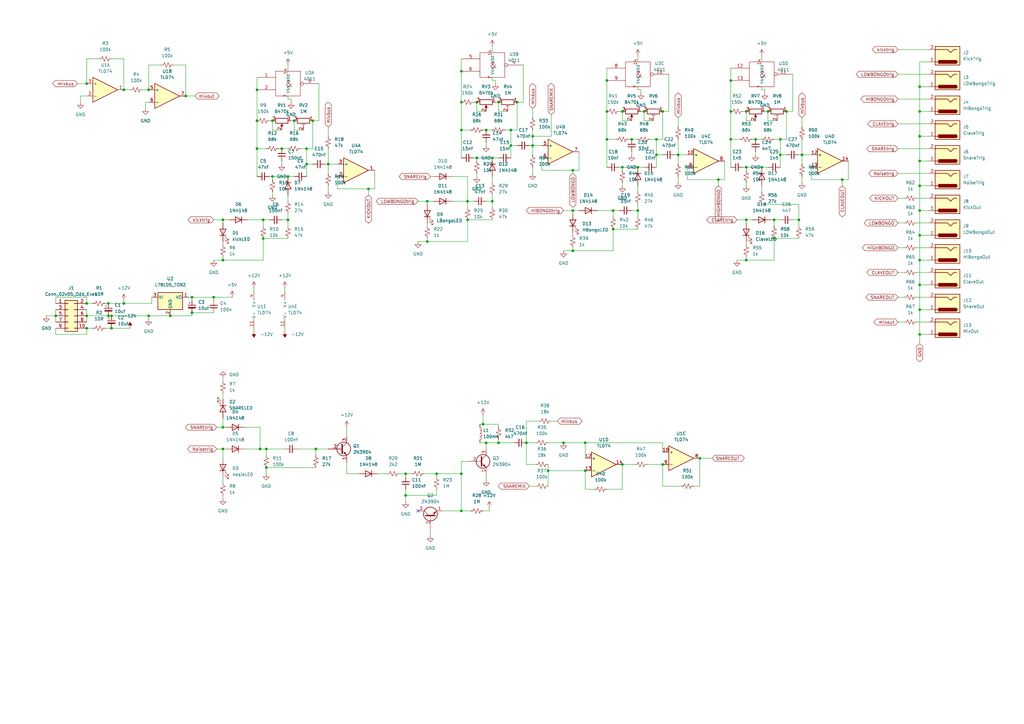
<source format=kicad_sch>
(kicad_sch (version 20211123) (generator eeschema)
  (paper "A3")
  (junction (at 215.9 181.61))
  (junction (at 377.19 45.72))
  (junction (at 271.78 190.5))
  (junction (at 234.95 69.85))
  (junction (at 107.95 97.79))
  (junction (at 166.37 194.31))
  (junction (at 195.58 64.77))
  (junction (at 111.76 49.53))
  (junction (at 269.24 57.15))
  (junction (at 294.64 73.66))
  (junction (at 106.68 184.15))
  (junction (at 191.77 90.17))
  (junction (at 240.03 193.04))
  (junction (at 189.23 41.91))
  (junction (at 35.56 134.62))
  (junction (at 377.19 86.36))
  (junction (at 189.23 194.31))
  (junction (at 35.56 129.54))
  (junction (at 345.44 73.66))
  (junction (at 78.74 121.92))
  (junction (at 317.5 97.79))
  (junction (at 35.56 34.29))
  (junction (at 306.07 45.72))
  (junction (at 120.65 49.53))
  (junction (at 201.93 82.55))
  (junction (at 118.11 72.39))
  (junction (at 105.41 36.83))
  (junction (at 224.79 193.04))
  (junction (at 44.45 124.46))
  (junction (at 111.76 72.39))
  (junction (at 129.54 184.15))
  (junction (at 91.44 175.26))
  (junction (at 240.03 181.61))
  (junction (at 255.27 190.5))
  (junction (at 151.13 77.47))
  (junction (at 91.44 90.17))
  (junction (at 377.19 35.56))
  (junction (at 91.44 106.68))
  (junction (at 377.19 55.88))
  (junction (at 175.26 82.55))
  (junction (at 377.19 76.2))
  (junction (at 218.44 59.69))
  (junction (at 105.41 49.53))
  (junction (at 189.23 29.21))
  (junction (at 299.72 33.02))
  (junction (at 377.19 66.04))
  (junction (at 287.02 187.96))
  (junction (at 50.8 124.46))
  (junction (at 199.39 181.61))
  (junction (at 212.09 41.91))
  (junction (at 231.14 181.61))
  (junction (at 195.58 41.91))
  (junction (at 198.12 173.99))
  (junction (at 109.22 191.77))
  (junction (at 312.42 68.58))
  (junction (at 248.92 45.72))
  (junction (at 115.57 60.96))
  (junction (at 134.62 67.31))
  (junction (at 248.92 33.02))
  (junction (at 264.16 45.72))
  (junction (at 201.93 64.77))
  (junction (at 91.44 184.15))
  (junction (at 76.2 39.37))
  (junction (at 166.37 203.2))
  (junction (at 105.41 60.96))
  (junction (at 299.72 45.72))
  (junction (at 299.72 57.15))
  (junction (at 50.8 36.83))
  (junction (at 189.23 53.34))
  (junction (at 327.66 90.17))
  (junction (at 179.07 194.31))
  (junction (at 314.96 45.72))
  (junction (at 60.96 36.83))
  (junction (at 87.63 121.92))
  (junction (at 377.19 116.84))
  (junction (at 377.19 127))
  (junction (at 271.78 45.72))
  (junction (at 204.47 41.91))
  (junction (at 377.19 96.52))
  (junction (at 309.88 57.15))
  (junction (at 189.23 209.55))
  (junction (at 125.73 67.31))
  (junction (at 251.46 86.36))
  (junction (at 269.24 63.5))
  (junction (at 204.47 181.61))
  (junction (at 125.73 60.96))
  (junction (at 320.04 63.5))
  (junction (at 261.62 68.58))
  (junction (at 22.86 129.54))
  (junction (at 78.74 128.27))
  (junction (at 191.77 82.55))
  (junction (at 35.56 124.46))
  (junction (at 44.45 129.54))
  (junction (at 218.44 55.88))
  (junction (at 377.19 106.68))
  (junction (at 306.07 106.68))
  (junction (at 255.27 68.58))
  (junction (at 209.55 53.34))
  (junction (at 199.39 53.34))
  (junction (at 320.04 57.15))
  (junction (at 60.96 129.54))
  (junction (at 261.62 86.36))
  (junction (at 234.95 86.36))
  (junction (at 175.26 99.06))
  (junction (at 255.27 45.72))
  (junction (at 317.5 90.17))
  (junction (at 377.19 137.16))
  (junction (at 118.11 90.17))
  (junction (at 322.58 45.72))
  (junction (at 109.22 184.15))
  (junction (at 209.55 59.69))
  (junction (at 306.07 68.58))
  (junction (at 69.85 129.54))
  (junction (at 259.08 57.15))
  (junction (at 107.95 90.17))
  (junction (at 234.95 102.87))
  (junction (at 45.72 134.62))
  (junction (at 328.93 63.5))
  (junction (at 248.92 57.15))
  (junction (at 306.07 90.17))
  (junction (at 251.46 93.98))
  (junction (at 128.27 49.53))
  (junction (at 45.72 129.54))
  (junction (at 278.13 63.5))
  (no_connect (at 171.45 209.55))
  (wire (pts (xy 151.13 77.47) (xy 153.67 77.47)))
  (wire (pts (xy 224.79 181.61) (xy 231.14 181.61)))
  (wire (pts (xy 377.19 127) (xy 377.19 137.16)))
  (wire (pts (xy 204.47 181.61) (xy 210.82 181.61)))
  (wire (pts (xy 196.85 181.61) (xy 199.39 181.61)))
  (wire (pts (xy 78.74 121.92) (xy 78.74 123.19)))
  (wire (pts (xy 189.23 53.34) (xy 193.04 53.34)))
  (wire (pts (xy 194.31 41.91) (xy 195.58 41.91)))
  (wire (pts (xy 368.3 30.48) (xy 381 30.48)))
  (wire (pts (xy 107.95 90.17) (xy 110.49 90.17)))
  (wire (pts (xy 50.8 124.46) (xy 62.23 124.46)))
  (wire (pts (xy 327.66 90.17) (xy 327.66 92.71)))
  (wire (pts (xy 368.3 81.28) (xy 370.84 81.28)))
  (wire (pts (xy 199.39 53.34) (xy 198.12 53.34)))
  (wire (pts (xy 375.92 132.08) (xy 381 132.08)))
  (wire (pts (xy 377.19 45.72) (xy 377.19 55.88)))
  (wire (pts (xy 175.26 82.55) (xy 171.45 82.55)))
  (wire (pts (xy 107.95 90.17) (xy 107.95 92.71)))
  (wire (pts (xy 377.19 86.36) (xy 377.19 96.52)))
  (wire (pts (xy 171.45 99.06) (xy 175.26 99.06)))
  (wire (pts (xy 35.56 121.92) (xy 35.56 124.46)))
  (wire (pts (xy 377.19 55.88) (xy 381 55.88)))
  (wire (pts (xy 368.3 132.08) (xy 370.84 132.08)))
  (wire (pts (xy 175.26 91.44) (xy 175.26 92.71)))
  (wire (pts (xy 306.07 45.72) (xy 306.07 49.53)))
  (wire (pts (xy 199.39 82.55) (xy 201.93 82.55)))
  (wire (pts (xy 185.42 82.55) (xy 191.77 82.55)))
  (wire (pts (xy 306.07 91.44) (xy 306.07 90.17)))
  (wire (pts (xy 125.73 67.31) (xy 125.73 60.96)))
  (wire (pts (xy 128.27 60.96) (xy 125.73 60.96)))
  (wire (pts (xy 133.35 67.31) (xy 134.62 67.31)))
  (wire (pts (xy 234.95 69.85) (xy 234.95 71.12)))
  (wire (pts (xy 320.04 68.58) (xy 320.04 63.5)))
  (wire (pts (xy 91.44 175.26) (xy 91.44 171.45)))
  (wire (pts (xy 191.77 82.55) (xy 194.31 82.55)))
  (wire (pts (xy 91.44 91.44) (xy 91.44 90.17)))
  (wire (pts (xy 271.78 199.39) (xy 279.4 199.39)))
  (wire (pts (xy 368.3 60.96) (xy 381 60.96)))
  (wire (pts (xy 120.65 53.34) (xy 124.46 53.34)))
  (wire (pts (xy 377.19 55.88) (xy 377.19 66.04)))
  (wire (pts (xy 269.24 63.5) (xy 271.78 63.5)))
  (wire (pts (xy 22.86 124.46) (xy 22.86 121.92)))
  (wire (pts (xy 377.19 35.56) (xy 377.19 45.72)))
  (wire (pts (xy 166.37 194.31) (xy 168.91 194.31)))
  (wire (pts (xy 87.63 106.68) (xy 91.44 106.68)))
  (wire (pts (xy 147.32 194.31) (xy 142.24 194.31)))
  (wire (pts (xy 35.56 24.13) (xy 40.64 24.13)))
  (wire (pts (xy 163.83 194.31) (xy 166.37 194.31)))
  (wire (pts (xy 106.68 175.26) (xy 106.68 184.15)))
  (wire (pts (xy 240.03 187.96) (xy 240.03 181.61)))
  (wire (pts (xy 309.88 57.15) (xy 312.42 57.15)))
  (wire (pts (xy 259.08 57.15) (xy 257.81 57.15)))
  (wire (pts (xy 111.76 53.34) (xy 115.57 53.34)))
  (wire (pts (xy 115.57 66.04) (xy 115.57 67.31)))
  (wire (pts (xy 109.22 191.77) (xy 129.54 191.77)))
  (wire (pts (xy 312.42 83.82) (xy 327.66 83.82)))
  (wire (pts (xy 255.27 45.72) (xy 255.27 49.53)))
  (wire (pts (xy 377.19 96.52) (xy 377.19 106.68)))
  (wire (pts (xy 120.65 49.53) (xy 120.65 53.34)))
  (wire (pts (xy 91.44 203.2) (xy 91.44 204.47)))
  (wire (pts (xy 261.62 76.2) (xy 261.62 78.74)))
  (wire (pts (xy 328.93 63.5) (xy 332.74 63.5)))
  (wire (pts (xy 45.72 129.54) (xy 60.96 129.54)))
  (wire (pts (xy 195.58 41.91) (xy 195.58 45.72)))
  (wire (pts (xy 377.19 66.04) (xy 377.19 76.2)))
  (wire (pts (xy 259.08 57.15) (xy 261.62 57.15)))
  (wire (pts (xy 44.45 124.46) (xy 50.8 124.46)))
  (wire (pts (xy 234.95 102.87) (xy 234.95 101.6)))
  (wire (pts (xy 130.81 49.53) (xy 128.27 49.53)))
  (wire (pts (xy 261.62 86.36) (xy 261.62 88.9)))
  (wire (pts (xy 325.12 30.48) (xy 325.12 45.72)))
  (wire (pts (xy 248.92 57.15) (xy 252.73 57.15)))
  (wire (pts (xy 304.8 45.72) (xy 306.07 45.72)))
  (wire (pts (xy 203.2 34.29) (xy 203.2 33.02)))
  (wire (pts (xy 368.3 20.32) (xy 381 20.32)))
  (wire (pts (xy 381 25.4) (xy 377.19 25.4)))
  (wire (pts (xy 265.43 190.5) (xy 271.78 190.5)))
  (wire (pts (xy 377.19 25.4) (xy 377.19 35.56)))
  (wire (pts (xy 261.62 83.82) (xy 261.62 86.36)))
  (wire (pts (xy 332.74 73.66) (xy 345.44 73.66)))
  (wire (pts (xy 377.19 116.84) (xy 377.19 127)))
  (wire (pts (xy 294.64 73.66) (xy 297.18 73.66)))
  (wire (pts (xy 125.73 67.31) (xy 128.27 67.31)))
  (wire (pts (xy 262.89 45.72) (xy 264.16 45.72)))
  (wire (pts (xy 297.18 73.66) (xy 297.18 66.04)))
  (wire (pts (xy 118.11 40.64) (xy 118.11 39.37)))
  (wire (pts (xy 218.44 55.88) (xy 218.44 53.34)))
  (wire (pts (xy 166.37 203.2) (xy 166.37 205.74)))
  (wire (pts (xy 231.14 102.87) (xy 234.95 102.87)))
  (wire (pts (xy 209.55 59.69) (xy 209.55 53.34)))
  (wire (pts (xy 88.9 175.26) (xy 91.44 175.26)))
  (wire (pts (xy 328.93 63.5) (xy 328.93 67.31)))
  (wire (pts (xy 322.58 57.15) (xy 320.04 57.15)))
  (wire (pts (xy 91.44 195.58) (xy 91.44 198.12)))
  (wire (pts (xy 134.62 76.2) (xy 134.62 78.74)))
  (wire (pts (xy 261.62 22.86) (xy 261.62 25.4)))
  (wire (pts (xy 261.62 68.58) (xy 264.16 68.58)))
  (wire (pts (xy 271.78 45.72) (xy 271.78 57.15)))
  (wire (pts (xy 59.69 41.91) (xy 59.69 44.45)))
  (wire (pts (xy 35.56 39.37) (xy 33.02 39.37)))
  (wire (pts (xy 332.74 68.58) (xy 332.74 73.66)))
  (wire (pts (xy 261.62 68.58) (xy 255.27 68.58)))
  (wire (pts (xy 271.78 181.61) (xy 240.03 181.61)))
  (wire (pts (xy 201.93 72.39) (xy 201.93 74.93)))
  (wire (pts (xy 306.07 68.58) (xy 306.07 69.85)))
  (wire (pts (xy 35.56 129.54) (xy 44.45 129.54)))
  (wire (pts (xy 377.19 106.68) (xy 377.19 116.84)))
  (wire (pts (xy 325.12 90.17) (xy 327.66 90.17)))
  (wire (pts (xy 304.8 68.58) (xy 306.07 68.58)))
  (wire (pts (xy 269.24 63.5) (xy 269.24 57.15)))
  (wire (pts (xy 100.33 175.26) (xy 106.68 175.26)))
  (wire (pts (xy 259.08 62.23) (xy 259.08 63.5)))
  (wire (pts (xy 44.45 129.54) (xy 45.72 129.54)))
  (wire (pts (xy 377.19 86.36) (xy 381 86.36)))
  (wire (pts (xy 91.44 99.06) (xy 91.44 100.33)))
  (wire (pts (xy 111.76 49.53) (xy 111.76 53.34)))
  (wire (pts (xy 119.38 49.53) (xy 120.65 49.53)))
  (wire (pts (xy 377.19 66.04) (xy 381 66.04)))
  (wire (pts (xy 50.8 123.19) (xy 50.8 124.46)))
  (wire (pts (xy 215.9 172.72) (xy 220.98 172.72)))
  (wire (pts (xy 255.27 68.58) (xy 255.27 69.85)))
  (wire (pts (xy 255.27 74.93) (xy 255.27 76.2)))
  (wire (pts (xy 60.96 36.83) (xy 60.96 26.67)))
  (wire (pts (xy 191.77 82.55) (xy 191.77 85.09)))
  (wire (pts (xy 175.26 99.06) (xy 191.77 99.06)))
  (wire (pts (xy 212.09 41.91) (xy 212.09 53.34)))
  (wire (pts (xy 204.47 175.26) (xy 204.47 173.99)))
  (wire (pts (xy 118.11 72.39) (xy 111.76 72.39)))
  (wire (pts (xy 269.24 68.58) (xy 269.24 63.5)))
  (wire (pts (xy 224.79 193.04) (xy 240.03 193.04)))
  (wire (pts (xy 35.56 127) (xy 35.56 129.54)))
  (wire (pts (xy 255.27 49.53) (xy 259.08 49.53)))
  (wire (pts (xy 317.5 97.79) (xy 327.66 97.79)))
  (wire (pts (xy 377.19 106.68) (xy 381 106.68)))
  (wire (pts (xy 377.19 76.2) (xy 381 76.2)))
  (wire (pts (xy 328.93 63.5) (xy 328.93 57.15)))
  (wire (pts (xy 105.41 49.53) (xy 105.41 60.96)))
  (wire (pts (xy 105.41 36.83) (xy 105.41 31.75)))
  (wire (pts (xy 173.99 194.31) (xy 179.07 194.31)))
  (wire (pts (xy 134.62 52.07) (xy 134.62 55.88)))
  (wire (pts (xy 312.42 22.86) (xy 312.42 25.4)))
  (wire (pts (xy 129.54 184.15) (xy 134.62 184.15)))
  (wire (pts (xy 306.07 49.53) (xy 309.88 49.53)))
  (wire (pts (xy 328.93 48.26) (xy 328.93 52.07)))
  (wire (pts (xy 377.19 35.56) (xy 381 35.56)))
  (wire (pts (xy 199.39 181.61) (xy 204.47 181.61)))
  (wire (pts (xy 125.73 72.39) (xy 125.73 67.31)))
  (wire (pts (xy 251.46 102.87) (xy 251.46 93.98)))
  (wire (pts (xy 251.46 86.36) (xy 251.46 88.9)))
  (wire (pts (xy 255.27 190.5) (xy 260.35 190.5)))
  (wire (pts (xy 125.73 60.96) (xy 123.19 60.96)))
  (wire (pts (xy 237.49 69.85) (xy 237.49 62.23)))
  (wire (pts (xy 130.81 34.29) (xy 130.81 49.53)))
  (wire (pts (xy 215.9 181.61) (xy 219.71 181.61)))
  (wire (pts (xy 87.63 121.92) (xy 87.63 123.19)))
  (wire (pts (xy 189.23 189.23) (xy 191.77 189.23)))
  (wire (pts (xy 284.48 199.39) (xy 287.02 199.39)))
  (wire (pts (xy 134.62 67.31) (xy 134.62 71.12)))
  (wire (pts (xy 368.3 40.64) (xy 381 40.64)))
  (wire (pts (xy 151.13 77.47) (xy 151.13 80.01)))
  (wire (pts (xy 261.62 36.83) (xy 261.62 35.56)))
  (wire (pts (xy 377.19 45.72) (xy 381 45.72)))
  (wire (pts (xy 217.17 199.39) (xy 219.71 199.39)))
  (wire (pts (xy 306.07 106.68) (xy 317.5 106.68)))
  (wire (pts (xy 377.19 137.16) (xy 381 137.16)))
  (wire (pts (xy 128.27 49.53) (xy 128.27 60.96)))
  (wire (pts (xy 248.92 33.02) (xy 248.92 45.72)))
  (wire (pts (xy 104.14 118.11) (xy 104.14 119.38)))
  (wire (pts (xy 377.19 96.52) (xy 381 96.52)))
  (wire (pts (xy 224.79 190.5) (xy 224.79 193.04)))
  (wire (pts (xy 71.12 26.67) (xy 76.2 26.67)))
  (wire (pts (xy 189.23 209.55) (xy 193.04 209.55)))
  (wire (pts (xy 91.44 161.29) (xy 91.44 163.83)))
  (wire (pts (xy 43.18 124.46) (xy 44.45 124.46)))
  (wire (pts (xy 179.07 203.2) (xy 166.37 203.2)))
  (wire (pts (xy 76.2 39.37) (xy 80.01 39.37)))
  (wire (pts (xy 271.78 57.15) (xy 269.24 57.15)))
  (wire (pts (xy 299.72 57.15) (xy 303.53 57.15)))
  (wire (pts (xy 368.3 91.44) (xy 370.84 91.44)))
  (wire (pts (xy 320.04 63.5) (xy 320.04 57.15)))
  (wire (pts (xy 76.2 26.67) (xy 76.2 39.37)))
  (wire (pts (xy 204.47 173.99) (xy 198.12 173.99)))
  (wire (pts (xy 77.47 121.92) (xy 78.74 121.92)))
  (wire (pts (xy 254 68.58) (xy 255.27 68.58)))
  (wire (pts (xy 214.63 26.67) (xy 214.63 41.91)))
  (wire (pts (xy 35.56 137.16) (xy 35.56 134.62)))
  (wire (pts (xy 201.93 33.02) (xy 201.93 31.75)))
  (wire (pts (xy 91.44 175.26) (xy 92.71 175.26)))
  (wire (pts (xy 198.12 170.18) (xy 198.12 173.99)))
  (wire (pts (xy 306.07 106.68) (xy 306.07 105.41)))
  (wire (pts (xy 302.26 106.68) (xy 306.07 106.68)))
  (wire (pts (xy 191.77 99.06) (xy 191.77 90.17)))
  (wire (pts (xy 199.39 181.61) (xy 199.39 184.15)))
  (wire (pts (xy 176.53 72.39) (xy 177.8 72.39)))
  (wire (pts (xy 181.61 209.55) (xy 189.23 209.55)))
  (wire (pts (xy 245.11 86.36) (xy 251.46 86.36)))
  (wire (pts (xy 218.44 59.69) (xy 218.44 55.88)))
  (wire (pts (xy 189.23 194.31) (xy 189.23 189.23)))
  (wire (pts (xy 191.77 72.39) (xy 191.77 82.55)))
  (wire (pts (xy 251.46 86.36) (xy 254 86.36)))
  (wire (pts (xy 255.27 200.66) (xy 255.27 190.5)))
  (wire (pts (xy 189.23 64.77) (xy 189.23 53.34)))
  (wire (pts (xy 175.26 99.06) (xy 175.26 97.79)))
  (wire (pts (xy 309.88 57.15) (xy 308.61 57.15)))
  (wire (pts (xy 281.94 73.66) (xy 294.64 73.66)))
  (wire (pts (xy 109.22 184.15) (xy 116.84 184.15)))
  (wire (pts (xy 195.58 71.12) (xy 195.58 72.39)))
  (wire (pts (xy 189.23 24.13) (xy 189.23 29.21)))
  (wire (pts (xy 278.13 63.5) (xy 278.13 57.15)))
  (wire (pts (xy 106.68 184.15) (xy 100.33 184.15)))
  (wire (pts (xy 191.77 90.17) (xy 201.93 90.17)))
  (wire (pts (xy 175.26 83.82) (xy 175.26 82.55)))
  (wire (pts (xy 309.88 62.23) (xy 309.88 63.5)))
  (wire (pts (xy 317.5 90.17) (xy 317.5 92.71)))
  (wire (pts (xy 278.13 63.5) (xy 281.94 63.5)))
  (wire (pts (xy 101.6 90.17) (xy 107.95 90.17)))
  (wire (pts (xy 179.07 203.2) (xy 179.07 200.66)))
  (wire (pts (xy 327.66 63.5) (xy 328.93 63.5)))
  (wire (pts (xy 185.42 72.39) (xy 191.77 72.39)))
  (wire (pts (xy 60.96 26.67) (xy 66.04 26.67)))
  (wire (pts (xy 271.78 190.5) (xy 271.78 199.39)))
  (wire (pts (xy 22.86 121.92) (xy 35.56 121.92)))
  (wire (pts (xy 60.96 129.54) (xy 60.96 130.81)))
  (wire (pts (xy 313.69 36.83) (xy 312.42 36.83)))
  (wire (pts (xy 313.69 38.1) (xy 313.69 36.83)))
  (wire (pts (xy 248.92 68.58) (xy 248.92 57.15)))
  (wire (pts (xy 299.72 45.72) (xy 299.72 57.15)))
  (wire (pts (xy 109.22 184.15) (xy 106.68 184.15)))
  (wire (pts (xy 327.66 83.82) (xy 327.66 90.17)))
  (wire (pts (xy 215.9 181.61) (xy 215.9 172.72)))
  (wire (pts (xy 154.94 194.31) (xy 158.75 194.31)))
  (wire (pts (xy 201.93 64.77) (xy 195.58 64.77)))
  (wire (pts (xy 58.42 36.83) (xy 60.96 36.83)))
  (wire (pts (xy 204.47 45.72) (xy 208.28 45.72)))
  (wire (pts (xy 294.64 73.66) (xy 294.64 76.2)))
  (wire (pts (xy 312.42 36.83) (xy 312.42 35.56)))
  (wire (pts (xy 234.95 87.63) (xy 234.95 86.36)))
  (wire (pts (xy 254 45.72) (xy 255.27 45.72)))
  (wire (pts (xy 107.95 97.79) (xy 118.11 97.79)))
  (wire (pts (xy 142.24 175.26) (xy 142.24 179.07)))
  (wire (pts (xy 91.44 154.94) (xy 91.44 156.21)))
  (wire (pts (xy 375.92 111.76) (xy 381 111.76)))
  (wire (pts (xy 194.31 64.77) (xy 195.58 64.77)))
  (wire (pts (xy 199.39 194.31) (xy 199.39 196.85)))
  (wire (pts (xy 375.92 121.92) (xy 381 121.92)))
  (wire (pts (xy 203.2 33.02) (xy 201.93 33.02)))
  (wire (pts (xy 91.44 106.68) (xy 107.95 106.68)))
  (wire (pts (xy 134.62 67.31) (xy 134.62 60.96)))
  (wire (pts (xy 138.43 72.39) (xy 138.43 77.47)))
  (wire (pts (xy 189.23 29.21) (xy 189.23 41.91)))
  (wire (pts (xy 377.19 127) (xy 381 127)))
  (wire (pts (xy 198.12 209.55) (xy 200.66 209.55)))
  (wire (pts (xy 115.57 60.96) (xy 114.3 60.96)))
  (wire (pts (xy 118.11 72.39) (xy 120.65 72.39)))
  (wire (pts (xy 62.23 124.46) (xy 62.23 121.92)))
  (wire (pts (xy 375.92 101.6) (xy 381 101.6)))
  (wire (pts (xy 118.11 87.63) (xy 118.11 90.17)))
  (wire (pts (xy 209.55 64.77) (xy 209.55 59.69)))
  (wire (pts (xy 45.72 134.62) (xy 53.34 134.62)))
  (wire (pts (xy 274.32 45.72) (xy 271.78 45.72)))
  (wire (pts (xy 306.07 90.17) (xy 308.61 90.17)))
  (wire (pts (xy 234.95 95.25) (xy 234.95 96.52)))
  (wire (pts (xy 299.72 68.58) (xy 299.72 57.15)))
  (wire (pts (xy 269.24 57.15) (xy 266.7 57.15)))
  (wire (pts (xy 78.74 128.27) (xy 78.74 129.54)))
  (wire (pts (xy 129.54 184.15) (xy 121.92 184.15)))
  (wire (pts (xy 234.95 86.36) (xy 237.49 86.36)))
  (wire (pts (xy 78.74 129.54) (xy 69.85 129.54)))
  (wire (pts (xy 218.44 59.69) (xy 218.44 63.5)))
  (wire (pts (xy 316.23 90.17) (xy 317.5 90.17)))
  (wire (pts (xy 313.69 45.72) (xy 314.96 45.72)))
  (wire (pts (xy 43.18 134.62) (xy 45.72 134.62)))
  (wire (pts (xy 60.96 41.91) (xy 59.69 41.91)))
  (wire (pts (xy 271.78 185.42) (xy 271.78 181.61)))
  (wire (pts (xy 45.72 24.13) (xy 50.8 24.13)))
  (wire (pts (xy 203.2 41.91) (xy 204.47 41.91)))
  (wire (pts (xy 368.3 101.6) (xy 370.84 101.6)))
  (wire (pts (xy 368.3 111.76) (xy 370.84 111.76)))
  (wire (pts (xy 204.47 181.61) (xy 204.47 180.34)))
  (wire (pts (xy 234.95 69.85) (xy 237.49 69.85)))
  (wire (pts (xy 368.3 71.12) (xy 381 71.12)))
  (wire (pts (xy 201.93 82.55) (xy 201.93 85.09)))
  (wire (pts (xy 368.3 50.8) (xy 381 50.8)))
  (wire (pts (xy 287.02 199.39) (xy 287.02 187.96)))
  (wire (pts (xy 218.44 59.69) (xy 222.25 59.69)))
  (wire (pts (xy 240.03 181.61) (xy 231.14 181.61)))
  (wire (pts (xy 248.92 27.94) (xy 248.92 33.02)))
  (wire (pts (xy 22.86 134.62) (xy 22.86 137.16)))
  (wire (pts (xy 248.92 45.72) (xy 248.92 57.15)))
  (wire (pts (xy 226.06 172.72) (xy 228.6 172.72)))
  (wire (pts (xy 218.44 68.58) (xy 218.44 71.12)))
  (wire (pts (xy 198.12 173.99) (xy 196.85 173.99)))
  (wire (pts (xy 195.58 64.77) (xy 195.58 66.04)))
  (wire (pts (xy 224.79 193.04) (xy 224.79 199.39)))
  (wire (pts (xy 259.08 86.36) (xy 261.62 86.36)))
  (wire (pts (xy 118.11 90.17) (xy 118.11 92.71)))
  (wire (pts (xy 31.75 34.29) (xy 35.56 34.29)))
  (wire (pts (xy 176.53 217.17) (xy 176.53 219.71)))
  (wire (pts (xy 138.43 77.47) (xy 151.13 77.47)))
  (wire (pts (xy 142.24 194.31) (xy 142.24 189.23)))
  (wire (pts (xy 115.57 90.17) (xy 118.11 90.17)))
  (wire (pts (xy 262.89 36.83) (xy 261.62 36.83)))
  (wire (pts (xy 278.13 63.5) (xy 278.13 67.31)))
  (wire (pts (xy 200.66 209.55) (xy 200.66 208.28)))
  (wire (pts (xy 119.38 41.91) (xy 119.38 40.64)))
  (wire (pts (xy 91.44 184.15) (xy 91.44 187.96)))
  (wire (pts (xy 214.63 41.91) (xy 212.09 41.91)))
  (wire (pts (xy 215.9 190.5) (xy 219.71 190.5)))
  (wire (pts (xy 195.58 45.72) (xy 199.39 45.72)))
  (wire (pts (xy 276.86 63.5) (xy 278.13 63.5)))
  (wire (pts (xy 201.93 80.01) (xy 201.93 82.55)))
  (wire (pts (xy 209.55 59.69) (xy 212.09 59.69)))
  (wire (pts (xy 375.92 81.28) (xy 381 81.28)))
  (wire (pts (xy 204.47 41.91) (xy 204.47 45.72)))
  (wire (pts (xy 274.32 30.48) (xy 274.32 45.72)))
  (wire (pts (xy 60.96 129.54) (xy 69.85 129.54)))
  (wire (pts (xy 306.07 90.17) (xy 302.26 90.17)))
  (wire (pts (xy 201.93 64.77) (xy 204.47 64.77)))
  (wire (pts (xy 109.22 191.77) (xy 109.22 194.31)))
  (wire (pts (xy 201.93 19.05) (xy 201.93 21.59)))
  (wire (pts (xy 110.49 72.39) (xy 111.76 72.39)))
  (wire (pts (xy 87.63 121.92) (xy 95.25 121.92)))
  (wire (pts (xy 110.49 49.53) (xy 111.76 49.53)))
  (wire (pts (xy 118.11 26.67) (xy 118.11 29.21)))
  (wire (pts (xy 88.9 184.15) (xy 91.44 184.15)))
  (wire (pts (xy 22.86 129.54) (xy 22.86 132.08)))
  (wire (pts (xy 50.8 36.83) (xy 53.34 36.83)))
  (wire (pts (xy 35.56 129.54) (xy 35.56 132.08)))
  (wire (pts (xy 78.74 121.92) (xy 87.63 121.92)))
  (wire (pts (xy 50.8 24.13) (xy 50.8 36.83)))
  (wire (pts (xy 199.39 53.34) (xy 201.93 53.34)))
  (wire (pts (xy 209.55 53.34) (xy 207.01 53.34)))
  (wire (pts (xy 226.06 55.88) (xy 218.44 55.88)))
  (wire (pts (xy 328.93 72.39) (xy 328.93 74.93)))
  (wire (pts (xy 281.94 68.58) (xy 281.94 73.66)))
  (wire (pts (xy 240.03 200.66) (xy 240.03 193.04)))
  (wire (pts (xy 299.72 27.94) (xy 299.72 33.02)))
  (wire (pts (xy 111.76 72.39) (xy 111.76 73.66)))
  (wire (pts (xy 317.5 90.17) (xy 320.04 90.17)))
  (wire (pts (xy 153.67 77.47) (xy 153.67 69.85)))
  (wire (pts (xy 377.19 76.2) (xy 377.19 86.36)))
  (wire (pts (xy 212.09 53.34) (xy 209.55 53.34)))
  (wire (pts (xy 189.23 194.31) (xy 179.07 194.31)))
  (wire (pts (xy 347.98 73.66) (xy 347.98 66.04)))
  (wire (pts (xy 104.14 134.62) (xy 104.14 135.89)))
  (wire (pts (xy 264.16 49.53) (xy 267.97 49.53)))
  (wire (pts (xy 119.38 40.64) (xy 118.11 40.64)))
  (wire (pts (xy 262.89 38.1) (xy 262.89 36.83)))
  (wire (pts (xy 116.84 118.11) (xy 116.84 119.38)))
  (wire (pts (xy 105.41 49.53) (xy 105.41 36.83)))
  (wire (pts (xy 375.92 91.44) (xy 381 91.44)))
  (wire (pts (xy 317.5 106.68) (xy 317.5 97.79)))
  (wire (pts (xy 91.44 106.68) (xy 91.44 105.41)))
  (wire (pts (xy 306.07 74.93) (xy 306.07 76.2)))
  (wire (pts (xy 314.96 49.53) (xy 318.77 49.53)))
  (wire (pts (xy 175.26 82.55) (xy 177.8 82.55)))
  (wire (pts (xy 218.44 44.45) (xy 218.44 48.26)))
  (wire (pts (xy 345.44 73.66) (xy 345.44 76.2)))
  (wire (pts (xy 19.05 129.54) (xy 22.86 129.54)))
  (wire (pts (xy 222.25 64.77) (xy 222.25 69.85)))
  (wire (pts (xy 234.95 86.36) (xy 231.14 86.36)))
  (wire (pts (xy 35.56 134.62) (xy 38.1 134.62)))
  (wire (pts (xy 312.42 76.2) (xy 312.42 78.74)))
  (wire (pts (xy 35.56 124.46) (xy 38.1 124.46)))
  (wire (pts (xy 115.57 60.96) (xy 118.11 60.96)))
  (wire (pts (xy 217.17 59.69) (xy 218.44 59.69)))
  (wire (pts (xy 248.92 200.66) (xy 255.27 200.66)))
  (wire (pts (xy 91.44 90.17) (xy 93.98 90.17)))
  (wire (pts (xy 322.58 45.72) (xy 322.58 57.15)))
  (wire (pts (xy 91.44 184.15) (xy 92.71 184.15)))
  (wire (pts (xy 179.07 194.31) (xy 179.07 195.58)))
  (wire (pts (xy 299.72 33.02) (xy 299.72 45.72)))
  (wire (pts (xy 314.96 45.72) (xy 314.96 49.53)))
  (wire (pts (xy 91.44 90.17) (xy 87.63 90.17)))
  (wire (pts (xy 78.74 128.27) (xy 87.63 128.27)))
  (wire (pts (xy 320.04 63.5) (xy 322.58 63.5)))
  (wire (pts (xy 377.19 116.84) (xy 381 116.84)))
  (wire (pts (xy 287.02 187.96) (xy 292.1 187.96)))
  (wire (pts (xy 199.39 58.42) (xy 199.39 59.69)))
  (wire (pts (xy 278.13 48.26) (xy 278.13 52.07)))
  (wire (pts (xy 264.16 45.72) (xy 264.16 49.53)))
  (wire (pts (xy 105.41 60.96) (xy 109.22 60.96)))
  (wire (pts (xy 134.62 67.31) (xy 138.43 67.31)))
  (wire (pts (xy 166.37 194.31) (xy 166.37 195.58)))
  (wire (pts (xy 226.06 46.99) (xy 226.06 55.88)))
  (wire (pts (xy 243.84 200.66) (xy 240.03 200.66)))
  (wire (pts (xy 105.41 72.39) (xy 105.41 60.96)))
  (wire (pts (xy 189.23 209.55) (xy 189.23 194.31)))
  (wire (pts (xy 222.25 69.85) (xy 234.95 69.85)))
  (wire (pts (xy 33.02 39.37) (xy 33.02 41.91)))
  (wire (pts (xy 251.46 93.98) (xy 261.62 93.98)))
  (wire (pts (xy 345.44 73.66) (xy 347.98 73.66)))
  (wire (pts (xy 111.76 78.74) (xy 111.76 80.01)))
  (wire (pts (xy 116.84 134.62) (xy 116.84 135.89)))
  (wire (pts (xy 278.13 72.39) (xy 278.13 74.93)))
  (wire (pts (xy 118.11 80.01) (xy 118.11 82.55)))
  (wire (pts (xy 325.12 45.72) (xy 322.58 45.72)))
  (wire (pts (xy 215.9 181.61) (xy 215.9 190.5)))
  (wire (pts (xy 107.95 106.68) (xy 107.95 97.79)))
  (wire (pts (xy 166.37 200.66) (xy 166.37 203.2)))
  (wire (pts (xy 312.42 68.58) (xy 314.96 68.58)))
  (wire (pts (xy 312.42 68.58) (xy 306.07 68.58)))
  (wire (pts (xy 189.23 41.91) (xy 189.23 53.34)))
  (wire (pts (xy 35.56 34.29) (xy 35.56 24.13)))
  (wire (pts (xy 22.86 127) (xy 22.86 129.54)))
  (wire (pts (xy 234.95 102.87) (xy 251.46 102.87)))
  (wire (pts (xy 22.86 137.16) (xy 35.56 137.16)))
  (wire (pts (xy 377.19 137.16) (xy 377.19 140.97)))
  (wire (pts (xy 306.07 99.06) (xy 306.07 100.33)))
  (wire (pts (xy 129.54 186.69) (xy 129.54 184.15)))
  (wire (pts (xy 109.22 186.69) (xy 109.22 184.15)))
  (wire (pts (xy 368.3 121.92) (xy 370.84 121.92)))
  (wire (pts (xy 320.04 57.15) (xy 317.5 57.15)))
  (global_label "LOWBONGOtrig" (shape bidirectional) (at 368.3 30.48 180) (property "Intersheet References" "${INTERSHEET_REFS}" (effects hide)))
  (global_label "CLAVEtrig" (shape bidirectional) (at 368.3 50.8 180) (property "Intersheet References" "${INTERSHEET_REFS}" (effects hide)))
  (global_label "SNAREtrig" (shape bidirectional) (at 368.3 60.96 180) (property "Intersheet References" "${INTERSHEET_REFS}" (effects hide)))
  (global_label "HIBONGOtrig" (shape bidirectional) (at 231.14 86.36 180) (property "Intersheet References" "${INTERSHEET_REFS}" (effects hide)))
  (global_label "mixout" (shape bidirectional) (at 80.01 39.37 0) (property "Intersheet References" "${INTERSHEET_REFS}" (effects hide)))
  (global_label "GND" (shape bidirectional) (at 377.19 140.97 270) (property "Intersheet References" "${INTERSHEET_REFS}" (effects hide)))
  (global_label "HIGHBONGO" (shape bidirectional) (at 368.3 101.6 180) (property "Intersheet References" "${INTERSHEET_REFS}" (effects hide)))
  (global_label "mixbus" (shape bidirectional) (at 134.62 52.07 90) (property "Intersheet References" "${INTERSHEET_REFS}" (effects hide)))
  (global_label "CLAVEOUT" (shape bidirectional) (at 345.44 76.2 270) (property "Intersheet References" "${INTERSHEET_REFS}" (effects hide)))
  (global_label "KICKOUT" (shape bidirectional) (at 368.3 81.28 180) (property "Intersheet References" "${INTERSHEET_REFS}" (effects hide)))
  (global_label "SNAREOUT" (shape bidirectional) (at 368.3 121.92 180) (property "Intersheet References" "${INTERSHEET_REFS}" (effects hide)))
  (global_label "SNAREtrig" (shape bidirectional) (at 176.53 72.39 180) (property "Intersheet References" "${INTERSHEET_REFS}" (effects hide)))
  (global_label "mixbus" (shape bidirectional) (at 31.75 34.29 180) (property "Intersheet References" "${INTERSHEET_REFS}" (effects hide)))
  (global_label "HIBONGOtrig" (shape bidirectional) (at 368.3 40.64 180) (property "Intersheet References" "${INTERSHEET_REFS}" (effects hide)))
  (global_label "Noisetrig" (shape bidirectional) (at 368.3 71.12 180) (property "Intersheet References" "${INTERSHEET_REFS}" (effects hide)))
  (global_label "mixbus" (shape bidirectional) (at 278.13 48.26 90) (property "Intersheet References" "${INTERSHEET_REFS}" (effects hide)))
  (global_label "mixbus" (shape bidirectional) (at 228.6 172.72 0) (property "Intersheet References" "${INTERSHEET_REFS}" (effects hide)))
  (global_label "kicktrig" (shape bidirectional) (at 368.3 20.32 180) (property "Intersheet References" "${INTERSHEET_REFS}" (effects hide)))
  (global_label "mixbus" (shape bidirectional) (at 218.44 44.45 90) (property "Intersheet References" "${INTERSHEET_REFS}" (effects hide)))
  (global_label "mixbus" (shape bidirectional) (at 328.93 48.26 90) (property "Intersheet References" "${INTERSHEET_REFS}" (effects hide)))
  (global_label "kicktrig" (shape bidirectional) (at 87.63 90.17 180) (property "Intersheet References" "${INTERSHEET_REFS}" (effects hide)))
  (global_label "KICKOUT" (shape bidirectional) (at 151.13 80.01 270) (property "Intersheet References" "${INTERSHEET_REFS}" (effects hide)))
  (global_label "LOWBONGO" (shape bidirectional) (at 234.95 71.12 270) (property "Intersheet References" "${INTERSHEET_REFS}" (effects hide)))
  (global_label "SNAREMIX" (shape bidirectional) (at 217.17 199.39 180) (property "Intersheet References" "${INTERSHEET_REFS}" (effects hide)))
  (global_label "CLAVEOUT" (shape bidirectional) (at 368.3 111.76 180) (property "Intersheet References" "${INTERSHEET_REFS}" (effects hide)))
  (global_label "HIGHBONGO" (shape bidirectional) (at 294.64 76.2 270) (property "Intersheet References" "${INTERSHEET_REFS}" (effects hide)))
  (global_label "mixout" (shape bidirectional) (at 368.3 132.08 180) (property "Intersheet References" "${INTERSHEET_REFS}" (effects hide)))
  (global_label "LOWBONGOtrig" (shape bidirectional) (at 171.45 82.55 180) (property "Intersheet References" "${INTERSHEET_REFS}" (effects hide)))
  (global_label "SNAREtrig" (shape bidirectional) (at 88.9 175.26 180) (property "Intersheet References" "${INTERSHEET_REFS}" (effects hide)))
  (global_label "SNAREMIX" (shape bidirectional) (at 226.06 46.99 90) (property "Intersheet References" "${INTERSHEET_REFS}" (effects hide)))
  (global_label "CLAVEtrig" (shape bidirectional) (at 302.26 90.17 180) (property "Intersheet References" "${INTERSHEET_REFS}" (effects hide)))
  (global_label "SNAREOUT" (shape bidirectional) (at 292.1 187.96 0) (property "Intersheet References" "${INTERSHEET_REFS}" (effects hide)))
  (global_label "Noisetrig" (shape bidirectional) (at 88.9 184.15 180) (property "Intersheet References" "${INTERSHEET_REFS}" (effects hide)))
  (global_label "LOWBONGO" (shape bidirectional) (at 368.3 91.44 180) (property "Intersheet References" "${INTERSHEET_REFS}" (effects hide)))
  (symbol (lib_id "Device:C_Small") (at 214.63 59.69 90) (unit 1)
    (property "Reference" "C17" (at 214.6363 53.34 90))
    (property "Value" "470nf" (at 214.6363 55.88 90))
    (property "Footprint" "Capacitor_THT:C_Disc_D6.0mm_W2.5mm_P5.00mm" (effects hide))
  )
  (symbol (lib_id "power:GND") (at 203.2 34.29 0) (unit 1)
    (property "Reference" "#PWR031" (effects hide))
    (property "Value" "GND" (at 203.2 39.37 0))
  )
  (symbol (lib_id "Device:R_Small_US") (at 129.54 189.23 0) (unit 1)
    (property "Reference" "R17" (at 132.08 187.9599 0) (effects (justify left)))
    (property "Value" "27k" (at 132.08 190.4999 0) (effects (justify left)))
    (property "Footprint" "Resistor_THT:R_Axial_DIN0204_L3.6mm_D1.6mm_P7.62mm_Horizontal" (effects hide))
  )
  (symbol (lib_id "Device:R_Small_US") (at 111.76 60.96 90) (unit 1)
    (property "Reference" "R12" (at 111.76 54.61 90))
    (property "Value" "68k" (at 111.76 57.15 90))
    (property "Footprint" "Resistor_THT:R_Axial_DIN0204_L3.6mm_D1.6mm_P7.62mm_Horizontal" (effects hide))
  )
  (symbol (lib_id "Device:R_Small_US") (at 306.07 102.87 0) (unit 1)
    (property "Reference" "R55" (at 308.61 101.5999 0) (effects (justify left)))
    (property "Value" "1k" (at 308.61 104.1399 0) (effects (justify left)))
    (property "Footprint" "Resistor_THT:R_Axial_DIN0204_L3.6mm_D1.6mm_P7.62mm_Horizontal" (effects hide))
  )
  (symbol (lib_id "Device:R_Small_US") (at 306.07 72.39 0) (unit 1)
    (property "Reference" "R54" (at 308.61 71.1199 0) (effects (justify left)))
    (property "Value" "10k" (at 308.61 73.6599 0) (effects (justify left)))
    (property "Footprint" "Resistor_THT:R_Axial_DIN0204_L3.6mm_D1.6mm_P7.62mm_Horizontal" (effects hide))
  )
  (symbol (lib_id "Device:R_Small_US") (at 223.52 172.72 90) (unit 1)
    (property "Reference" "R38" (at 223.52 166.37 90))
    (property "Value" "18k" (at 223.52 168.91 90))
    (property "Footprint" "Resistor_THT:R_Axial_DIN0204_L3.6mm_D1.6mm_P7.62mm_Horizontal" (effects hide))
  )
  (symbol (lib_id "Device:R_Small_US") (at 161.29 194.31 90) (unit 1)
    (property "Reference" "R20" (at 161.29 187.96 90))
    (property "Value" "2k2" (at 161.29 190.5 90))
    (property "Footprint" "Resistor_THT:R_Axial_DIN0204_L3.6mm_D1.6mm_P7.62mm_Horizontal" (effects hide))
  )
  (symbol (lib_id "Device:R_Small_US") (at 222.25 190.5 90) (unit 1)
    (property "Reference" "R36" (at 222.25 184.15 90))
    (property "Value" "18k" (at 222.25 186.69 90))
    (property "Footprint" "Resistor_THT:R_Axial_DIN0204_L3.6mm_D1.6mm_P7.62mm_Horizontal" (effects hide))
  )
  (symbol (lib_id "Connector:Jack-DC") (at 388.62 134.62 180) (unit 1)
    (property "Reference" "J13" (at 394.97 133.3499 0) (effects (justify right)))
    (property "Value" "MixOut" (at 394.97 135.8899 0) (effects (justify right)))
    (property "Footprint" "Connector_PinSocket_2.54mm:PinSocket_1x02_P2.54mm_Vertical" (effects hide))
  )
  (symbol (lib_id "power:+5V") (at 261.62 22.86 0) (unit 1)
    (property "Reference" "#PWR037" (effects hide))
    (property "Value" "+5V" (at 261.62 17.78 0))
  )
  (symbol (lib_id "power:+12V") (at 104.14 118.11 0) (unit 1)
    (property "Reference" "#PWR011" (effects hide))
    (property "Value" "+12V" (at 104.14 113.03 0))
  )
  (symbol (lib_id "Device:R_Potentiometer") (at 259.08 45.72 270) (unit 1)
    (property "Reference" "RV5" (at 259.08 39.37 90))
    (property "Value" "B470k" (at 259.08 41.91 90))
    (property "Footprint" "Connector_PinSocket_2.54mm:PinSocket_1x03_P2.54mm_Vertical" (effects hide))
  )
  (symbol (lib_id "Connector:Jack-DC") (at 388.62 93.98 180) (unit 1)
    (property "Reference" "J9" (at 394.97 92.7099 0) (effects (justify right)))
    (property "Value" "LOWBongoOut" (at 394.97 95.2499 0) (effects (justify right)))
    (property "Footprint" "Connector_PinSocket_2.54mm:PinSocket_1x02_P2.54mm_Vertical" (effects hide))
  )
  (symbol (lib_id "Device:R_Small_US") (at 118.11 95.25 0) (unit 1)
    (property "Reference" "R15" (at 120.65 93.9799 0) (effects (justify left)))
    (property "Value" "47k" (at 120.65 96.5199 0) (effects (justify left)))
    (property "Footprint" "Resistor_THT:R_Axial_DIN0204_L3.6mm_D1.6mm_P7.62mm_Horizontal" (effects hide))
  )
  (symbol (lib_id "Diode:1N4148") (at 118.11 76.2 270) (unit 1)
    (property "Reference" "D7" (at 120.65 74.9299 90) (effects (justify left)))
    (property "Value" "1N4148" (at 120.65 77.4699 90) (effects (justify left)))
    (property "Footprint" "Diode_THT:D_DO-35_SOD27_P7.62mm_Horizontal" (effects hide))
    (property "Datasheet" "https://assets.nexperia.com/documents/data-sheet/1N4148_1N4448.pdf" (effects hide))
  )
  (symbol (lib_id "Diode:1N4148") (at 201.93 68.58 270) (unit 1)
    (property "Reference" "D12" (at 204.47 67.3099 90) (effects (justify left)))
    (property "Value" "1N4148" (at 204.47 69.8499 90) (effects (justify left)))
    (property "Footprint" "Diode_THT:D_DO-35_SOD27_P7.62mm_Horizontal" (effects hide))
    (property "Datasheet" "https://assets.nexperia.com/documents/data-sheet/1N4148_1N4448.pdf" (effects hide))
  )
  (symbol (lib_id "Device:R_Small_US") (at 373.38 111.76 90) (unit 1)
    (property "Reference" "R65" (at 373.38 105.41 90))
    (property "Value" "1k" (at 373.38 107.95 90))
    (property "Footprint" "Resistor_THT:R_Axial_DIN0204_L3.6mm_D1.6mm_P7.62mm_Horizontal" (effects hide))
  )
  (symbol (lib_id "Device:C_Small") (at 302.26 68.58 90) (unit 1)
    (property "Reference" "C23" (at 302.2663 62.23 90))
    (property "Value" "1n5" (at 302.2663 64.77 90))
    (property "Footprint" "Capacitor_THT:C_Disc_D6.0mm_W2.5mm_P5.00mm" (effects hide))
  )
  (symbol (lib_id "power:+5V") (at 118.11 26.67 0) (unit 1)
    (property "Reference" "#PWR018" (effects hide))
    (property "Value" "+5V" (at 118.11 21.59 0))
  )
  (symbol (lib_id "Device:R_Small_US") (at 191.77 41.91 90) (unit 1)
    (property "Reference" "R24" (at 191.77 35.56 90))
    (property "Value" "150k" (at 191.77 38.1 90))
    (property "Footprint" "Resistor_THT:R_Axial_DIN0204_L3.6mm_D1.6mm_P7.62mm_Horizontal" (effects hide))
  )
  (symbol (lib_id "Device:R_Potentiometer") (at 199.39 41.91 270) (unit 1)
    (property "Reference" "RV3" (at 199.39 35.56 90))
    (property "Value" "B470k" (at 199.39 38.1 90))
    (property "Footprint" "Connector_PinSocket_2.54mm:PinSocket_1x03_P2.54mm_Vertical" (effects hide))
  )
  (symbol (lib_id "Amplifier_Operational:TL074") (at 43.18 36.83 0) (unit 1)
    (property "Reference" "U1" (at 43.18 26.67 0))
    (property "Value" "TL074" (at 43.18 29.21 0))
    (property "Footprint" "Package_DIP:DIP-14_W7.62mm" (effects hide))
    (property "Datasheet" "http://www.ti.com/lit/ds/symlink/tl071.pdf" (effects hide))
  )
  (symbol (lib_id "power:-12V") (at 116.84 135.89 180) (unit 1)
    (property "Reference" "#PWR017" (effects hide))
    (property "Value" "-12V" (at 119.38 137.1599 0) (effects (justify right)))
  )
  (symbol (lib_id "Device:R_Small_US") (at 373.38 132.08 90) (unit 1)
    (property "Reference" "R67" (at 373.38 125.73 90))
    (property "Value" "1k" (at 373.38 128.27 90))
    (property "Footprint" "Resistor_THT:R_Axial_DIN0204_L3.6mm_D1.6mm_P7.62mm_Horizontal" (effects hide))
  )
  (symbol (lib_id "Diode:1N4148") (at 241.3 86.36 180) (unit 1)
    (property "Reference" "D14" (at 241.3 80.01 0))
    (property "Value" "1N4148" (at 241.3 82.55 0))
    (property "Footprint" "Diode_THT:D_DO-35_SOD27_P7.62mm_Horizontal" (effects hide))
    (property "Datasheet" "https://assets.nexperia.com/documents/data-sheet/1N4148_1N4448.pdf" (effects hide))
  )
  (symbol (lib_id "Device:R_Small_US") (at 134.62 58.42 0) (unit 1)
    (property "Reference" "R18" (at 137.16 57.1499 0) (effects (justify left)))
    (property "Value" "47k" (at 137.16 59.6899 0) (effects (justify left)))
    (property "Footprint" "Resistor_THT:R_Axial_DIN0204_L3.6mm_D1.6mm_P7.62mm_Horizontal" (effects hide))
  )
  (symbol (lib_id "power:GND") (at 309.88 63.5 0) (unit 1)
    (property "Reference" "#PWR042" (effects hide))
    (property "Value" "GND" (at 309.88 68.58 0))
  )
  (symbol (lib_id "power:GND") (at 328.93 74.93 0) (unit 1)
    (property "Reference" "#PWR045" (effects hide))
    (property "Value" "GND" (at 328.93 80.01 0))
  )
  (symbol (lib_id "4xxx_IEEE:4011") (at 201.93 26.67 0) (unit 2)
    (property "Reference" "U3" (at 210.82 22.225 0))
    (property "Value" "4011" (at 210.82 24.765 0))
    (property "Footprint" "Package_DIP:DIP-14_W7.62mm" (effects hide))
  )
  (symbol (lib_id "Device:LED") (at 306.07 95.25 90) (unit 1)
    (property "Reference" "D16" (at 309.88 95.5674 90) (effects (justify right)))
    (property "Value" "ClaveLED" (at 309.88 98.1074 90) (effects (justify right)))
    (property "Footprint" "Connector_PinSocket_2.54mm:PinSocket_1x02_P2.54mm_Vertical" (effects hide))
  )
  (symbol (lib_id "Amplifier_Operational:TL074") (at 106.68 127 0) (unit 5)
    (property "Reference" "U1" (at 105.41 125.7299 0) (effects (justify left)))
    (property "Value" "TL074" (at 105.41 128.2699 0) (effects (justify left)))
    (property "Footprint" "Package_DIP:DIP-14_W7.62mm" (effects hide))
    (property "Datasheet" "http://www.ti.com/lit/ds/symlink/tl071.pdf" (effects hide))
  )
  (symbol (lib_id "power:GND") (at 218.44 71.12 0) (unit 1)
    (property "Reference" "#PWR032" (effects hide))
    (property "Value" "GND" (at 218.44 76.2 0))
  )
  (symbol (lib_id "Device:C_Small") (at 107.95 72.39 90) (unit 1)
    (property "Reference" "C5" (at 107.9563 66.04 90))
    (property "Value" "47nf" (at 107.9563 68.58 90))
    (property "Footprint" "Capacitor_THT:C_Disc_D6.0mm_W2.5mm_P5.00mm" (effects hide))
  )
  (symbol (lib_id "Device:R_Potentiometer") (at 115.57 49.53 270) (unit 1)
    (property "Reference" "RV1" (at 115.57 43.18 90))
    (property "Value" "B470k" (at 115.57 45.72 90))
    (property "Footprint" "Connector_PinSocket_2.54mm:PinSocket_1x03_P2.54mm_Vertical" (effects hide))
  )
  (symbol (lib_id "Amplifier_Operational:TL074") (at 289.56 66.04 0) (unit 3)
    (property "Reference" "U4" (at 289.56 55.88 0))
    (property "Value" "TL074" (at 289.56 58.42 0))
    (property "Footprint" "Package_DIP:DIP-14_W7.62mm" (effects hide))
    (property "Datasheet" "http://www.ti.com/lit/ds/symlink/tl071.pdf" (effects hide))
  )
  (symbol (lib_id "Device:R_Small_US") (at 327.66 95.25 0) (unit 1)
    (property "Reference" "R59" (at 330.2 93.9799 0) (effects (justify left)))
    (property "Value" "47k" (at 330.2 96.5199 0) (effects (justify left)))
    (property "Footprint" "Resistor_THT:R_Axial_DIN0204_L3.6mm_D1.6mm_P7.62mm_Horizontal" (effects hide))
  )
  (symbol (lib_id "Device:C_Small") (at 213.36 181.61 270) (unit 1)
    (property "Reference" "C16" (at 213.3536 175.26 90))
    (property "Value" "470nf" (at 213.3536 177.8 90))
    (property "Footprint" "Capacitor_THT:C_Disc_D6.0mm_W2.5mm_P5.00mm" (effects hide))
  )
  (symbol (lib_id "Connector:Jack-DC") (at 388.62 33.02 180) (unit 1)
    (property "Reference" "J3" (at 394.97 31.7499 0) (effects (justify right)))
    (property "Value" "LOWBongoTrig" (at 394.97 34.2899 0) (effects (justify right)))
    (property "Footprint" "Connector_PinSocket_2.54mm:PinSocket_1x02_P2.54mm_Vertical" (effects hide))
  )
  (symbol (lib_id "power:GND") (at 33.02 41.91 0) (unit 1)
    (property "Reference" "#PWR02" (effects hide))
    (property "Value" "GND" (at 33.02 46.99 0))
  )
  (symbol (lib_id "Device:LED") (at 91.44 191.77 90) (unit 1)
    (property "Reference" "D3" (at 95.25 192.0874 90) (effects (justify right)))
    (property "Value" "nosieLED" (at 95.25 194.6274 90) (effects (justify right)))
    (property "Footprint" "Connector_PinSocket_2.54mm:PinSocket_1x02_P2.54mm_Vertical" (effects hide))
  )
  (symbol (lib_id "Device:R_Small_US") (at 109.22 189.23 0) (unit 1)
    (property "Reference" "R11" (at 111.76 187.9599 0) (effects (justify left)))
    (property "Value" "100k" (at 111.76 190.4999 0) (effects (justify left)))
    (property "Footprint" "Resistor_THT:R_Axial_DIN0204_L3.6mm_D1.6mm_P7.62mm_Horizontal" (effects hide))
  )
  (symbol (lib_id "Device:C_Small") (at 123.19 72.39 90) (unit 1)
    (property "Reference" "C9" (at 123.1963 66.04 90))
    (property "Value" "47nf" (at 123.1963 68.58 90))
    (property "Footprint" "Capacitor_THT:C_Disc_D6.0mm_W2.5mm_P5.00mm" (effects hide))
  )
  (symbol (lib_id "Connector:Jack-DC") (at 388.62 53.34 180) (unit 1)
    (property "Reference" "J5" (at 394.97 52.0699 0) (effects (justify right)))
    (property "Value" "ClaveTrig" (at 394.97 54.6099 0) (effects (justify right)))
    (property "Footprint" "Connector_PinSocket_2.54mm:PinSocket_1x02_P2.54mm_Vertical" (effects hide))
  )
  (symbol (lib_id "Device:R_Small_US") (at 195.58 68.58 0) (unit 1)
    (property "Reference" "R27" (at 198.12 67.3099 0) (effects (justify left)))
    (property "Value" "10k" (at 198.12 69.8499 0) (effects (justify left)))
    (property "Footprint" "Resistor_THT:R_Axial_DIN0204_L3.6mm_D1.6mm_P7.62mm_Horizontal" (effects hide))
  )
  (symbol (lib_id "power:GND") (at 199.39 196.85 0) (unit 1)
    (property "Reference" "#PWR028" (effects hide))
    (property "Value" "GND" (at 199.39 201.93 0))
  )
  (symbol (lib_id "4xxx_IEEE:4011") (at 261.62 30.48 0) (unit 3)
    (property "Reference" "U3" (at 270.51 26.035 0))
    (property "Value" "4011" (at 270.51 28.575 0))
    (property "Footprint" "Package_DIP:DIP-14_W7.62mm" (effects hide))
  )
  (symbol (lib_id "Device:C_Small") (at 130.81 67.31 90) (unit 1)
    (property "Reference" "C10" (at 130.8163 60.96 90))
    (property "Value" "470nf" (at 130.8163 63.5 90))
    (property "Footprint" "Capacitor_THT:C_Disc_D6.0mm_W2.5mm_P5.00mm" (effects hide))
  )
  (symbol (lib_id "Device:C_Small") (at 199.39 55.88 180) (unit 1)
    (property "Reference" "C14" (at 201.93 54.6035 0) (effects (justify right)))
    (property "Value" "47nf" (at 201.93 57.1435 0) (effects (justify right)))
    (property "Footprint" "Capacitor_THT:C_Disc_D6.0mm_W2.5mm_P5.00mm" (effects hide))
  )
  (symbol (lib_id "Device:C_Polarized_Small") (at 45.72 132.08 0) (unit 1)
    (property "Reference" "C2" (at 48.26 130.2638 0) (effects (justify left)))
    (property "Value" "10uf" (at 48.26 132.8038 0) (effects (justify left)))
    (property "Footprint" "Capacitor_THT:CP_Radial_D5.0mm_P2.50mm" (effects hide))
  )
  (symbol (lib_id "Device:R_Potentiometer_Trim") (at 208.28 41.91 270) (unit 1)
    (property "Reference" "RV4" (at 208.28 35.56 90))
    (property "Value" "1M" (at 208.28 38.1 90))
    (property "Footprint" "Connector_PinSocket_2.54mm:PinSocket_1x03_P2.54mm_Vertical" (effects hide))
  )
  (symbol (lib_id "Device:R_Small_US") (at 43.18 24.13 90) (unit 1)
    (property "Reference" "R3" (at 43.18 17.78 90))
    (property "Value" "100k" (at 43.18 20.32 90))
    (property "Footprint" "Resistor_THT:R_Axial_DIN0204_L3.6mm_D1.6mm_P7.62mm_Horizontal" (effects hide))
  )
  (symbol (lib_id "Device:R_Small_US") (at 246.38 200.66 90) (unit 1)
    (property "Reference" "R40" (at 246.38 194.31 90))
    (property "Value" "100k" (at 246.38 196.85 90))
    (property "Footprint" "Resistor_THT:R_Axial_DIN0204_L3.6mm_D1.6mm_P7.62mm_Horizontal" (effects hide))
  )
  (symbol (lib_id "Connector:Jack-DC") (at 388.62 43.18 180) (unit 1)
    (property "Reference" "J4" (at 394.97 41.9099 0) (effects (justify right)))
    (property "Value" "HIBongoTrig" (at 394.97 44.4499 0) (effects (justify right)))
    (property "Footprint" "Connector_PinSocket_2.54mm:PinSocket_1x02_P2.54mm_Vertical" (effects hide))
  )
  (symbol (lib_id "Device:R_Potentiometer_Trim") (at 318.77 45.72 270) (unit 1)
    (property "Reference" "RV8" (at 318.77 39.37 90))
    (property "Value" "1M" (at 318.77 41.91 90))
    (property "Footprint" "Connector_PinSocket_2.54mm:PinSocket_1x03_P2.54mm_Vertical" (effects hide))
  )
  (symbol (lib_id "Device:R_Small_US") (at 191.77 87.63 0) (unit 1)
    (property "Reference" "R25" (at 194.31 86.3599 0) (effects (justify left)))
    (property "Value" "10k" (at 194.31 88.8999 0) (effects (justify left)))
    (property "Footprint" "Resistor_THT:R_Axial_DIN0204_L3.6mm_D1.6mm_P7.62mm_Horizontal" (effects hide))
  )
  (symbol (lib_id "power:GND") (at 166.37 205.74 0) (unit 1)
    (property "Reference" "#PWR022" (effects hide))
    (property "Value" "GND" (at 166.37 210.82 0))
  )
  (symbol (lib_id "Device:R_Small_US") (at 222.25 199.39 90) (unit 1)
    (property "Reference" "R37" (at 222.25 193.04 90))
    (property "Value" "100k" (at 222.25 195.58 90))
    (property "Footprint" "Resistor_THT:R_Axial_DIN0204_L3.6mm_D1.6mm_P7.62mm_Horizontal" (effects hide))
  )
  (symbol (lib_id "Diode:1N4148") (at 312.42 90.17 180) (unit 1)
    (property "Reference" "D18" (at 312.42 83.82 0))
    (property "Value" "1N4148" (at 312.42 86.36 0))
    (property "Footprint" "Diode_THT:D_DO-35_SOD27_P7.62mm_Horizontal" (effects hide))
    (property "Datasheet" "https://assets.nexperia.com/documents/data-sheet/1N4148_1N4448.pdf" (effects hide))
  )
  (symbol (lib_id "power:GND") (at 109.22 194.31 0) (unit 1)
    (property "Reference" "#PWR013" (effects hide))
    (property "Value" "GND" (at 109.22 199.39 0))
  )
  (symbol (lib_id "power:GND") (at 91.44 204.47 0) (unit 1)
    (property "Reference" "#PWR09" (effects hide))
    (property "Value" "GND" (at 91.44 209.55 0))
  )
  (symbol (lib_id "Device:R_Small_US") (at 261.62 91.44 0) (unit 1)
    (property "Reference" "R46" (at 264.16 90.1699 0) (effects (justify left)))
    (property "Value" "47k" (at 264.16 92.7099 0) (effects (justify left)))
    (property "Footprint" "Resistor_THT:R_Axial_DIN0204_L3.6mm_D1.6mm_P7.62mm_Horizontal" (effects hide))
  )
  (symbol (lib_id "Amplifier_Operational:TL074") (at 229.87 62.23 0) (unit 2)
    (property "Reference" "U4" (at 229.87 52.07 0))
    (property "Value" "TL074" (at 229.87 54.61 0))
    (property "Footprint" "Package_DIP:DIP-14_W7.62mm" (effects hide))
    (property "Datasheet" "http://www.ti.com/lit/ds/symlink/tl071.pdf" (effects hide))
  )
  (symbol (lib_id "Transistor_BJT:2N3904") (at 176.53 212.09 90) (unit 1)
    (property "Reference" "Q2" (at 176.53 203.2 90))
    (property "Value" "2N3904" (at 176.53 205.74 90))
    (property "Footprint" "Package_TO_SOT_THT:TO-92_Inline" (effects hide))
    (property "Datasheet" "https://www.onsemi.com/pub/Collateral/2N3903-D.PDF" (effects hide))
  )
  (symbol (lib_id "Device:R_Small_US") (at 317.5 95.25 0) (unit 1)
    (property "Reference" "R58" (at 320.04 93.9799 0) (effects (justify left)))
    (property "Value" "10k" (at 320.04 96.5199 0) (effects (justify left)))
    (property "Footprint" "Resistor_THT:R_Axial_DIN0204_L3.6mm_D1.6mm_P7.62mm_Horizontal" (effects hide))
  )
  (symbol (lib_id "Connector:Jack-DC") (at 388.62 73.66 180) (unit 1)
    (property "Reference" "J7" (at 394.97 72.3899 0) (effects (justify right)))
    (property "Value" "NoiseTrig" (at 394.97 74.9299 0) (effects (justify right)))
    (property "Footprint" "Connector_PinSocket_2.54mm:PinSocket_1x02_P2.54mm_Vertical" (effects hide))
  )
  (symbol (lib_id "Device:C_Small") (at 322.58 90.17 90) (unit 1)
    (property "Reference" "C26" (at 322.5863 83.82 90))
    (property "Value" "4n7" (at 322.5863 86.36 90))
    (property "Footprint" "Capacitor_THT:C_Disc_D6.0mm_W2.5mm_P5.00mm" (effects hide))
  )
  (symbol (lib_id "Device:C_Small") (at 196.85 82.55 90) (unit 1)
    (property "Reference" "C13" (at 196.8563 76.2 90))
    (property "Value" "47nf" (at 196.8563 78.74 90))
    (property "Footprint" "Capacitor_THT:C_Disc_D6.0mm_W2.5mm_P5.00mm" (effects hide))
  )
  (symbol (lib_id "Connector:Jack-DC") (at 388.62 114.3 180) (unit 1)
    (property "Reference" "J11" (at 394.97 113.0299 0) (effects (justify right)))
    (property "Value" "ClaveOut" (at 394.97 115.5699 0) (effects (justify right)))
    (property "Footprint" "Connector_PinSocket_2.54mm:PinSocket_1x02_P2.54mm_Vertical" (effects hide))
  )
  (symbol (lib_id "Device:R_Small_US") (at 328.93 69.85 0) (unit 1)
    (property "Reference" "R61" (at 331.47 68.5799 0) (effects (justify left)))
    (property "Value" "100k" (at 331.47 71.1199 0) (effects (justify left)))
    (property "Footprint" "Resistor_THT:R_Axial_DIN0204_L3.6mm_D1.6mm_P7.62mm_Horizontal" (effects hide))
  )
  (symbol (lib_id "Device:R_Small_US") (at 255.27 72.39 0) (unit 1)
    (property "Reference" "R44" (at 257.81 71.1199 0) (effects (justify left)))
    (property "Value" "10k" (at 257.81 73.6599 0) (effects (justify left)))
    (property "Footprint" "Resistor_THT:R_Axial_DIN0204_L3.6mm_D1.6mm_P7.62mm_Horizontal" (effects hide))
  )
  (symbol (lib_id "Device:R_Small_US") (at 302.26 45.72 90) (unit 1)
    (property "Reference" "R52" (at 302.26 39.37 90))
    (property "Value" "150k" (at 302.26 41.91 90))
    (property "Footprint" "Resistor_THT:R_Axial_DIN0204_L3.6mm_D1.6mm_P7.62mm_Horizontal" (effects hide))
  )
  (symbol (lib_id "power:GND") (at 87.63 106.68 0) (unit 1)
    (property "Reference" "#PWR07" (effects hide))
    (property "Value" "GND" (at 87.63 111.76 0))
  )
  (symbol (lib_id "Device:R_Small_US") (at 218.44 66.04 0) (unit 1)
    (property "Reference" "R34" (at 220.98 64.7699 0) (effects (justify left)))
    (property "Value" "100k" (at 220.98 67.3099 0) (effects (justify left)))
    (property "Footprint" "Resistor_THT:R_Axial_DIN0204_L3.6mm_D1.6mm_P7.62mm_Horizontal" (effects hide))
  )
  (symbol (lib_id "Connector:Jack-DC") (at 388.62 22.86 180) (unit 1)
    (property "Reference" "J2" (at 394.97 21.5899 0) (effects (justify right)))
    (property "Value" "KickTrig" (at 394.97 24.1299 0) (effects (justify right)))
    (property "Footprint" "Connector_PinSocket_2.54mm:PinSocket_1x02_P2.54mm_Vertical" (effects hide))
  )
  (symbol (lib_id "Amplifier_Operational:TL074") (at 247.65 190.5 0) (unit 4)
    (property "Reference" "U1" (at 247.65 180.34 0))
    (property "Value" "TL074" (at 247.65 182.88 0))
    (property "Footprint" "Package_DIP:DIP-14_W7.62mm" (effects hide))
    (property "Datasheet" "http://www.ti.com/lit/ds/symlink/tl071.pdf" (effects hide))
  )
  (symbol (lib_id "Device:C_Polarized_Small") (at 78.74 125.73 0) (unit 1)
    (property "Reference" "C3" (at 81.28 123.9138 0) (effects (justify left)))
    (property "Value" "10uf" (at 81.28 126.4538 0) (effects (justify left)))
    (property "Footprint" "Capacitor_THT:CP_Radial_D5.0mm_P2.50mm" (effects hide))
  )
  (symbol (lib_id "Device:R_Small_US") (at 40.64 134.62 90) (unit 1)
    (property "Reference" "R2" (at 40.64 128.27 90))
    (property "Value" "10R" (at 40.64 130.81 90))
    (property "Footprint" "Resistor_THT:R_Axial_DIN0204_L3.6mm_D1.6mm_P7.62mm_Horizontal" (effects hide))
  )
  (symbol (lib_id "Device:C_Small") (at 115.57 63.5 180) (unit 1)
    (property "Reference" "C7" (at 118.11 62.2235 0) (effects (justify right)))
    (property "Value" "150nf" (at 118.11 64.7635 0) (effects (justify right)))
    (property "Footprint" "Capacitor_THT:C_Disc_D6.0mm_W2.5mm_P5.00mm" (effects hide))
  )
  (symbol (lib_id "Device:C_Small") (at 191.77 64.77 90) (unit 1)
    (property "Reference" "C12" (at 191.7763 58.42 90))
    (property "Value" "15nf" (at 191.7763 60.96 90))
    (property "Footprint" "Capacitor_THT:C_Disc_D6.0mm_W2.5mm_P5.00mm" (effects hide))
  )
  (symbol (lib_id "Device:R_Small_US") (at 201.93 77.47 0) (unit 1)
    (property "Reference" "R29" (at 204.47 76.1999 0) (effects (justify left)))
    (property "Value" "27k" (at 204.47 78.7399 0) (effects (justify left)))
    (property "Footprint" "Resistor_THT:R_Axial_DIN0204_L3.6mm_D1.6mm_P7.62mm_Horizontal" (effects hide))
  )
  (symbol (lib_id "Device:R_Small_US") (at 201.93 87.63 0) (unit 1)
    (property "Reference" "R30" (at 204.47 86.3599 0) (effects (justify left)))
    (property "Value" "47k" (at 204.47 88.8999 0) (effects (justify left)))
    (property "Footprint" "Resistor_THT:R_Axial_DIN0204_L3.6mm_D1.6mm_P7.62mm_Horizontal" (effects hide))
  )
  (symbol (lib_id "4xxx_IEEE:4011") (at 118.11 34.29 0) (unit 1)
    (property "Reference" "U3" (at 127 29.845 0))
    (property "Value" "4011" (at 127 32.385 0))
    (property "Footprint" "Package_DIP:DIP-14_W7.62mm" (effects hide))
  )
  (symbol (lib_id "Device:R_Small_US") (at 222.25 181.61 90) (unit 1)
    (property "Reference" "R35" (at 222.25 175.26 90))
    (property "Value" "100k" (at 222.25 177.8 90))
    (property "Footprint" "Resistor_THT:R_Axial_DIN0204_L3.6mm_D1.6mm_P7.62mm_Horizontal" (effects hide))
  )
  (symbol (lib_id "Device:C_Small") (at 259.08 59.69 180) (unit 1)
    (property "Reference" "C20" (at 261.62 58.4135 0) (effects (justify right)))
    (property "Value" "33nf" (at 261.62 60.9535 0) (effects (justify right)))
    (property "Footprint" "Capacitor_THT:C_Disc_D6.0mm_W2.5mm_P5.00mm" (effects hide))
  )
  (symbol (lib_id "power:+12V") (at 50.8 123.19 0) (unit 1)
    (property "Reference" "#PWR03" (effects hide))
    (property "Value" "+12V" (at 50.8 118.11 0))
  )
  (symbol (lib_id "Device:R_Small_US") (at 281.94 199.39 90) (unit 1)
    (property "Reference" "R51" (at 281.94 193.04 90))
    (property "Value" "100k" (at 281.94 195.58 90))
    (property "Footprint" "Resistor_THT:R_Axial_DIN0204_L3.6mm_D1.6mm_P7.62mm_Horizontal" (effects hide))
  )
  (symbol (lib_id "Device:R_Small_US") (at 134.62 73.66 0) (unit 1)
    (property "Reference" "R19" (at 137.16 72.3899 0) (effects (justify left)))
    (property "Value" "100k" (at 137.16 74.9299 0) (effects (justify left)))
    (property "Footprint" "Resistor_THT:R_Axial_DIN0204_L3.6mm_D1.6mm_P7.62mm_Horizontal" (effects hide))
  )
  (symbol (lib_id "Device:R_Small_US") (at 328.93 54.61 0) (unit 1)
    (property "Reference" "R60" (at 331.47 53.3399 0) (effects (justify left)))
    (property "Value" "100k" (at 331.47 55.8799 0) (effects (justify left)))
    (property "Footprint" "Resistor_THT:R_Axial_DIN0204_L3.6mm_D1.6mm_P7.62mm_Horizontal" (effects hide))
  )
  (symbol (lib_id "power:-12V") (at 53.34 134.62 0) (unit 1)
    (property "Reference" "#PWR04" (effects hide))
    (property "Value" "-12V" (at 53.34 129.54 0))
  )
  (symbol (lib_id "Device:R_Small_US") (at 373.38 81.28 90) (unit 1)
    (property "Reference" "R62" (at 373.38 74.93 90))
    (property "Value" "1k" (at 373.38 77.47 90))
    (property "Footprint" "Resistor_THT:R_Axial_DIN0204_L3.6mm_D1.6mm_P7.62mm_Horizontal" (effects hide))
  )
  (symbol (lib_id "power:+12V") (at 142.24 175.26 0) (unit 1)
    (property "Reference" "#PWR021" (effects hide))
    (property "Value" "+12V" (at 142.24 170.18 0))
  )
  (symbol (lib_id "power:GND") (at 231.14 102.87 0) (unit 1)
    (property "Reference" "#PWR033" (effects hide))
    (property "Value" "GND" (at 231.14 107.95 0))
  )
  (symbol (lib_id "Device:R_Small_US") (at 107.95 49.53 90) (unit 1)
    (property "Reference" "R9" (at 107.95 43.18 90))
    (property "Value" "150k" (at 107.95 45.72 90))
    (property "Footprint" "Resistor_THT:R_Axial_DIN0204_L3.6mm_D1.6mm_P7.62mm_Horizontal" (effects hide))
  )
  (symbol (lib_id "Device:LED") (at 91.44 167.64 270) (unit 1)
    (property "Reference" "D2" (at 93.98 164.7824 90) (effects (justify left)))
    (property "Value" "SNARELED" (at 93.98 167.3224 90) (effects (justify left)))
    (property "Footprint" "Connector_PinSocket_2.54mm:PinSocket_1x02_P2.54mm_Vertical" (effects hide))
  )
  (symbol (lib_id "Device:R_Small_US") (at 251.46 45.72 90) (unit 1)
    (property "Reference" "R41" (at 251.46 39.37 90))
    (property "Value" "150k" (at 251.46 41.91 90))
    (property "Footprint" "Resistor_THT:R_Axial_DIN0204_L3.6mm_D1.6mm_P7.62mm_Horizontal" (effects hide))
  )
  (symbol (lib_id "Amplifier_Operational:TL074") (at 119.38 127 0) (unit 5)
    (property "Reference" "U4" (at 118.11 125.7299 0) (effects (justify left)))
    (property "Value" "TL074" (at 118.11 128.2699 0) (effects (justify left)))
    (property "Footprint" "Package_DIP:DIP-14_W7.62mm" (effects hide))
    (property "Datasheet" "http://www.ti.com/lit/ds/symlink/tl071.pdf" (effects hide))
  )
  (symbol (lib_id "Device:R_Small_US") (at 55.88 36.83 90) (unit 1)
    (property "Reference" "R4" (at 55.88 30.48 90))
    (property "Value" "100k" (at 55.88 33.02 90))
    (property "Footprint" "Resistor_THT:R_Axial_DIN0204_L3.6mm_D1.6mm_P7.62mm_Horizontal" (effects hide))
  )
  (symbol (lib_id "Device:R_Potentiometer_Trim") (at 267.97 45.72 270) (unit 1)
    (property "Reference" "RV6" (at 267.97 39.37 90))
    (property "Value" "1M" (at 267.97 41.91 90))
    (property "Footprint" "Connector_PinSocket_2.54mm:PinSocket_1x03_P2.54mm_Vertical" (effects hide))
  )
  (symbol (lib_id "Device:R_Small_US") (at 255.27 57.15 90) (unit 1)
    (property "Reference" "R43" (at 255.27 50.8 90))
    (property "Value" "68k" (at 255.27 53.34 90))
    (property "Footprint" "Resistor_THT:R_Axial_DIN0204_L3.6mm_D1.6mm_P7.62mm_Horizontal" (effects hide))
  )
  (symbol (lib_id "Device:C_Small") (at 251.46 68.58 90) (unit 1)
    (property "Reference" "C18" (at 251.4663 62.23 90))
    (property "Value" "10nf" (at 251.4663 64.77 90))
    (property "Footprint" "Capacitor_THT:C_Disc_D6.0mm_W2.5mm_P5.00mm" (effects hide))
  )
  (symbol (lib_id "Device:R_Small_US") (at 91.44 102.87 0) (unit 1)
    (property "Reference" "R6" (at 93.98 101.5999 0) (effects (justify left)))
    (property "Value" "1k" (at 93.98 104.1399 0) (effects (justify left)))
    (property "Footprint" "Resistor_THT:R_Axial_DIN0204_L3.6mm_D1.6mm_P7.62mm_Horizontal" (effects hide))
  )
  (symbol (lib_id "Device:R_Small_US") (at 204.47 53.34 90) (unit 1)
    (property "Reference" "R31" (at 204.47 46.99 90))
    (property "Value" "68k" (at 204.47 49.53 90))
    (property "Footprint" "Resistor_THT:R_Axial_DIN0204_L3.6mm_D1.6mm_P7.62mm_Horizontal" (effects hide))
  )
  (symbol (lib_id "power:GND") (at 134.62 78.74 0) (unit 1)
    (property "Reference" "#PWR020" (effects hide))
    (property "Value" "GND" (at 134.62 83.82 0))
  )
  (symbol (lib_id "Device:R_Small_US") (at 195.58 209.55 270) (unit 1)
    (property "Reference" "R28" (at 195.58 203.2 90))
    (property "Value" "1M" (at 195.58 205.74 90))
    (property "Footprint" "Resistor_THT:R_Axial_DIN0204_L3.6mm_D1.6mm_P7.62mm_Horizontal" (effects hide))
  )
  (symbol (lib_id "Device:R_Small_US") (at 120.65 60.96 90) (unit 1)
    (property "Reference" "R16" (at 120.65 54.61 90))
    (property "Value" "68k" (at 120.65 57.15 90))
    (property "Footprint" "Resistor_THT:R_Axial_DIN0204_L3.6mm_D1.6mm_P7.62mm_Horizontal" (effects hide))
  )
  (symbol (lib_id "power:GND") (at 176.53 219.71 0) (unit 1)
    (property "Reference" "#PWR024" (effects hide))
    (property "Value" "GND" (at 176.53 224.79 0))
  )
  (symbol (lib_id "Device:R_Small_US") (at 68.58 26.67 90) (unit 1)
    (property "Reference" "R5" (at 68.58 20.32 90))
    (property "Value" "100k" (at 68.58 22.86 90))
    (property "Footprint" "Resistor_THT:R_Axial_DIN0204_L3.6mm_D1.6mm_P7.62mm_Horizontal" (effects hide))
  )
  (symbol (lib_id "Device:R_Small_US") (at 312.42 81.28 0) (unit 1)
    (property "Reference" "R56" (at 314.96 80.0099 0) (effects (justify left)))
    (property "Value" "27k" (at 314.96 82.5499 0) (effects (justify left)))
    (property "Footprint" "Resistor_THT:R_Axial_DIN0204_L3.6mm_D1.6mm_P7.62mm_Horizontal" (effects hide))
  )
  (symbol (lib_id "Diode:1N4148") (at 96.52 184.15 180) (unit 1)
    (property "Reference" "D5" (at 96.52 177.8 0))
    (property "Value" "1N4148" (at 96.52 180.34 0))
    (property "Footprint" "Diode_THT:D_DO-35_SOD27_P7.62mm_Horizontal" (effects hide))
    (property "Datasheet" "https://assets.nexperia.com/documents/data-sheet/1N4148_1N4448.pdf" (effects hide))
  )
  (symbol (lib_id "Device:R_Small_US") (at 118.11 85.09 0) (unit 1)
    (property "Reference" "R14" (at 120.65 83.8199 0) (effects (justify left)))
    (property "Value" "27k" (at 120.65 86.3599 0) (effects (justify left)))
    (property "Footprint" "Resistor_THT:R_Axial_DIN0204_L3.6mm_D1.6mm_P7.62mm_Horizontal" (effects hide))
  )
  (symbol (lib_id "Connector:Jack-DC") (at 388.62 63.5 180) (unit 1)
    (property "Reference" "J6" (at 394.97 62.2299 0) (effects (justify right)))
    (property "Value" "SnareTrig" (at 394.97 64.7699 0) (effects (justify right)))
    (property "Footprint" "Connector_PinSocket_2.54mm:PinSocket_1x02_P2.54mm_Vertical" (effects hide))
  )
  (symbol (lib_id "power:GND") (at 199.39 59.69 0) (unit 1)
    (property "Reference" "#PWR027" (effects hide))
    (property "Value" "GND" (at 199.39 64.77 0))
  )
  (symbol (lib_id "Device:R_Small_US") (at 373.38 91.44 90) (unit 1)
    (property "Reference" "R63" (at 373.38 85.09 90))
    (property "Value" "1k" (at 373.38 87.63 90))
    (property "Footprint" "Resistor_THT:R_Axial_DIN0204_L3.6mm_D1.6mm_P7.62mm_Horizontal" (effects hide))
  )
  (symbol (lib_id "power:GND") (at 302.26 106.68 0) (unit 1)
    (property "Reference" "#PWR040" (effects hide))
    (property "Value" "GND" (at 302.26 111.76 0))
  )
  (symbol (lib_id "Device:R_Small_US") (at 204.47 177.8 180) (unit 1)
    (property "Reference" "R32" (at 207.01 176.5299 0) (effects (justify right)))
    (property "Value" "4k7" (at 207.01 179.0699 0) (effects (justify right)))
    (property "Footprint" "Resistor_THT:R_Axial_DIN0204_L3.6mm_D1.6mm_P7.62mm_Horizontal" (effects hide))
  )
  (symbol (lib_id "Device:R_Small_US") (at 107.95 95.25 0) (unit 1)
    (property "Reference" "R10" (at 110.49 93.9799 0) (effects (justify left)))
    (property "Value" "10k" (at 110.49 96.5199 0) (effects (justify left)))
    (property "Footprint" "Resistor_THT:R_Axial_DIN0204_L3.6mm_D1.6mm_P7.62mm_Horizontal" (effects hide))
  )
  (symbol (lib_id "Transistor_BJT:2N3904") (at 196.85 189.23 0) (unit 1)
    (property "Reference" "Q3" (at 201.93 187.9599 0) (effects (justify left)))
    (property "Value" "2N3904" (at 201.93 190.4999 0) (effects (justify left)))
    (property "Footprint" "Package_TO_SOT_THT:TO-92_Inline" (effects hide))
    (property "Datasheet" "https://www.onsemi.com/pub/Collateral/2N3903-D.PDF" (effects hide))
  )
  (symbol (lib_id "Device:LED") (at 234.95 91.44 90) (unit 1)
    (property "Reference" "D13" (at 238.76 91.7574 90) (effects (justify right)))
    (property "Value" "HBongoLED" (at 238.76 94.2974 90) (effects (justify right)))
    (property "Footprint" "Connector_PinSocket_2.54mm:PinSocket_1x02_P2.54mm_Vertical" (effects hide))
  )
  (symbol (lib_id "Device:C_Polarized_Small") (at 44.45 127 0) (unit 1)
    (property "Reference" "C1" (at 46.99 125.1838 0) (effects (justify left)))
    (property "Value" "10uf" (at 46.99 127.7238 0) (effects (justify left)))
    (property "Footprint" "Capacitor_THT:CP_Radial_D5.0mm_P2.50mm" (effects hide))
  )
  (symbol (lib_id "power:GND") (at 91.44 154.94 180) (unit 1)
    (property "Reference" "#PWR08" (effects hide))
    (property "Value" "GND" (at 93.98 153.6699 0) (effects (justify right)))
  )
  (symbol (lib_id "Device:C_Small") (at 166.37 198.12 180) (unit 1)
    (property "Reference" "C11" (at 168.91 196.8435 0) (effects (justify right)))
    (property "Value" "100nf" (at 168.91 199.3835 0) (effects (justify right)))
    (property "Footprint" "Capacitor_THT:C_Disc_D6.0mm_W2.5mm_P5.00mm" (effects hide))
  )
  (symbol (lib_id "power:GND") (at 171.45 99.06 0) (unit 1)
    (property "Reference" "#PWR023" (effects hide))
    (property "Value" "GND" (at 171.45 104.14 0))
  )
  (symbol (lib_id "Device:R_Small_US") (at 278.13 69.85 0) (unit 1)
    (property "Reference" "R50" (at 280.67 68.5799 0) (effects (justify left)))
    (property "Value" "100k" (at 280.67 71.1199 0) (effects (justify left)))
    (property "Footprint" "Resistor_THT:R_Axial_DIN0204_L3.6mm_D1.6mm_P7.62mm_Horizontal" (effects hide))
  )
  (symbol (lib_id "Device:R_Small_US") (at 264.16 57.15 90) (unit 1)
    (property "Reference" "R48" (at 264.16 50.8 90))
    (property "Value" "68k" (at 264.16 53.34 90))
    (property "Footprint" "Resistor_THT:R_Axial_DIN0204_L3.6mm_D1.6mm_P7.62mm_Horizontal" (effects hide))
  )
  (symbol (lib_id "power:+12V") (at 116.84 118.11 0) (unit 1)
    (property "Reference" "#PWR016" (effects hide))
    (property "Value" "+12V" (at 116.84 113.03 0))
  )
  (symbol (lib_id "Diode:1N4148") (at 261.62 72.39 270) (unit 1)
    (property "Reference" "D15" (at 264.16 71.1199 90) (effects (justify left)))
    (property "Value" "1N4148" (at 264.16 73.6599 90) (effects (justify left)))
    (property "Footprint" "Diode_THT:D_DO-35_SOD27_P7.62mm_Horizontal" (effects hide))
    (property "Datasheet" "https://assets.nexperia.com/documents/data-sheet/1N4148_1N4448.pdf" (effects hide))
  )
  (symbol (lib_id "power:GND") (at 59.69 44.45 0) (unit 1)
    (property "Reference" "#PWR05" (effects hide))
    (property "Value" "GND" (at 59.69 49.53 0))
  )
  (symbol (lib_id "power:+5V") (at 312.42 22.86 0) (unit 1)
    (property "Reference" "#PWR043" (effects hide))
    (property "Value" "+5V" (at 312.42 17.78 0))
  )
  (symbol (lib_id "Device:R_Small_US") (at 262.89 190.5 90) (unit 1)
    (property "Reference" "R47" (at 262.89 184.15 90))
    (property "Value" "100k" (at 262.89 186.69 90))
    (property "Footprint" "Resistor_THT:R_Axial_DIN0204_L3.6mm_D1.6mm_P7.62mm_Horizontal" (effects hide))
  )
  (symbol (lib_id "Device:L") (at 196.85 177.8 0) (unit 1)
    (property "Reference" "L1" (at 198.12 176.5299 0) (effects (justify left)))
    (property "Value" "100mh" (at 198.12 179.0699 0) (effects (justify left)))
    (property "Footprint" "Inductor_THT:L_Axial_L17.5mm_D12.0mm_P20.32mm_Horizontal_Vishay_IM-10-46" (effects hide))
  )
  (symbol (lib_id "Device:C_Small") (at 87.63 125.73 0) (unit 1)
    (property "Reference" "C4" (at 90.17 124.4662 0) (effects (justify left)))
    (property "Value" "100n" (at 90.17 127.0062 0) (effects (justify left)))
    (property "Footprint" "Capacitor_THT:C_Disc_D6.0mm_W2.5mm_P5.00mm" (effects hide))
  )
  (symbol (lib_id "Device:C_Small") (at 207.01 64.77 90) (unit 1)
    (property "Reference" "C15" (at 207.0163 58.42 90))
    (property "Value" "15nf" (at 207.0163 60.96 90))
    (property "Footprint" "Capacitor_THT:C_Disc_D6.0mm_W2.5mm_P5.00mm" (effects hide))
  )
  (symbol (lib_id "Connector:Jack-DC") (at 388.62 83.82 180) (unit 1)
    (property "Reference" "J8" (at 394.97 82.5499 0) (effects (justify right)))
    (property "Value" "KickOut" (at 394.97 85.0899 0) (effects (justify right)))
    (property "Footprint" "Connector_PinSocket_2.54mm:PinSocket_1x02_P2.54mm_Vertical" (effects hide))
  )
  (symbol (lib_id "power:GND") (at 278.13 74.93 0) (unit 1)
    (property "Reference" "#PWR039" (effects hide))
    (property "Value" "GND" (at 278.13 80.01 0))
  )
  (symbol (lib_id "power:GND") (at 306.07 76.2 0) (unit 1)
    (property "Reference" "#PWR041" (effects hide))
    (property "Value" "GND" (at 306.07 81.28 0))
  )
  (symbol (lib_id "Device:R_Small_US") (at 278.13 54.61 0) (unit 1)
    (property "Reference" "R49" (at 280.67 53.3399 0) (effects (justify left)))
    (property "Value" "100k" (at 280.67 55.8799 0) (effects (justify left)))
    (property "Footprint" "Resistor_THT:R_Axial_DIN0204_L3.6mm_D1.6mm_P7.62mm_Horizontal" (effects hide))
  )
  (symbol (lib_id "Diode:1N4148") (at 312.42 72.39 270) (unit 1)
    (property "Reference" "D17" (at 314.96 71.1199 90) (effects (justify left)))
    (property "Value" "1N4148" (at 314.96 73.6599 90) (effects (justify left)))
    (property "Footprint" "Diode_THT:D_DO-35_SOD27_P7.62mm_Horizontal" (effects hide))
    (property "Datasheet" "https://assets.nexperia.com/documents/data-sheet/1N4148_1N4448.pdf" (effects hide))
  )
  (symbol (lib_id "Connector:Jack-DC") (at 388.62 104.14 180) (unit 1)
    (property "Reference" "J10" (at 394.97 102.8699 0) (effects (justify right)))
    (property "Value" "HIBongoOut" (at 394.97 105.4099 0) (effects (justify right)))
    (property "Footprint" "Connector_PinSocket_2.54mm:PinSocket_1x02_P2.54mm_Vertical" (effects hide))
  )
  (symbol (lib_id "Connector_Generic:Conn_02x05_Odd_Even") (at 27.94 129.54 0) (unit 1)
    (property "Reference" "J1" (at 29.21 118.11 0))
    (property "Value" "Conn_02x05_Odd_Even" (at 29.21 120.65 0))
    (property "Footprint" "Connector_PinSocket_2.54mm:PinSocket_2x05_P2.54mm_Vertical" (effects hide))
  )
  (symbol (lib_id "power:GND") (at 195.58 72.39 0) (unit 1)
    (property "Reference" "#PWR025" (effects hide))
    (property "Value" "GND" (at 195.58 77.47 0))
  )
  (symbol (lib_id "Device:R_Potentiometer") (at 309.88 45.72 270) (unit 1)
    (property "Reference" "RV7" (at 309.88 39.37 90))
    (property "Value" "B470k" (at 309.88 41.91 90))
    (property "Footprint" "Connector_PinSocket_2.54mm:PinSocket_1x03_P2.54mm_Vertical" (effects hide))
  )
  (symbol (lib_id "Device:C_Small") (at 317.5 68.58 90) (unit 1)
    (property "Reference" "C25" (at 317.5063 62.23 90))
    (property "Value" "1n5" (at 317.5063 64.77 90))
    (property "Footprint" "Capacitor_THT:C_Disc_D6.0mm_W2.5mm_P5.00mm" (effects hide))
  )
  (symbol (lib_id "Device:R_Small_US") (at 373.38 101.6 90) (unit 1)
    (property "Reference" "R64" (at 373.38 95.25 90))
    (property "Value" "1k" (at 373.38 97.79 90))
    (property "Footprint" "Resistor_THT:R_Axial_DIN0204_L3.6mm_D1.6mm_P7.62mm_Horizontal" (effects hide))
  )
  (symbol (lib_id "Amplifier_Operational:TL074") (at 279.4 187.96 0) (unit 3)
    (property "Reference" "U1" (at 279.4 177.8 0))
    (property "Value" "TL074" (at 279.4 180.34 0))
    (property "Footprint" "Package_DIP:DIP-14_W7.62mm" (effects hide))
    (property "Datasheet" "http://www.ti.com/lit/ds/symlink/tl071.pdf" (effects hide))
  )
  (symbol (lib_id "Device:R_Small_US") (at 175.26 95.25 0) (unit 1)
    (property "Reference" "R22" (at 177.8 93.9799 0) (effects (justify left)))
    (property "Value" "1k" (at 177.8 96.5199 0) (effects (justify left)))
    (property "Footprint" "Resistor_THT:R_Axial_DIN0204_L3.6mm_D1.6mm_P7.62mm_Horizontal" (effects hide))
  )
  (symbol (lib_id "power:GND") (at 262.89 38.1 0) (unit 1)
    (property "Reference" "#PWR038" (effects hide))
    (property "Value" "GND" (at 262.89 43.18 0))
  )
  (symbol (lib_id "power:+5V") (at 201.93 19.05 0) (unit 1)
    (property "Reference" "#PWR030" (effects hide))
    (property "Value" "+5V" (at 201.93 13.97 0))
  )
  (symbol (lib_id "Device:C_Small") (at 119.38 184.15 90) (unit 1)
    (property "Reference" "C8" (at 119.3863 177.8 90))
    (property "Value" "100nf" (at 119.3863 180.34 90))
    (property "Footprint" "Capacitor_THT:C_Disc_D6.0mm_W2.5mm_P5.00mm" (effects hide))
  )
  (symbol (lib_id "Amplifier_Operational:TL074") (at 146.05 69.85 0) (unit 1)
    (property "Reference" "U4" (at 146.05 59.69 0))
    (property "Value" "TL074" (at 146.05 62.23 0))
    (property "Footprint" "Package_DIP:DIP-14_W7.62mm" (effects hide))
    (property "Datasheet" "http://www.ti.com/lit/ds/symlink/tl071.pdf" (effects hide))
  )
  (symbol (lib_id "power:+12V") (at 198.12 170.18 0) (unit 1)
    (property "Reference" "#PWR026" (effects hide))
    (property "Value" "+12V" (at 198.12 165.1 0))
  )
  (symbol (lib_id "Device:C_Small") (at 274.32 63.5 90) (unit 1)
    (property "Reference" "C22" (at 274.3263 57.15 90))
    (property "Value" "470nf" (at 274.3263 59.69 90))
    (property "Footprint" "Capacitor_THT:C_Disc_D6.0mm_W2.5mm_P5.00mm" (effects hide))
  )
  (symbol (lib_id "Device:R_Small_US") (at 40.64 124.46 90) (unit 1)
    (property "Reference" "R1" (at 40.64 118.11 90))
    (property "Value" "10R" (at 40.64 120.65 90))
    (property "Footprint" "Resistor_THT:R_Axial_DIN0204_L3.6mm_D1.6mm_P7.62mm_Horizontal" (effects hide))
  )
  (symbol (lib_id "power:GND") (at 60.96 130.81 0) (unit 1)
    (property "Reference" "#PWR06" (effects hide))
    (property "Value" "GND" (at 60.96 135.89 0))
  )
  (symbol (lib_id "Device:R_Small_US") (at 91.44 158.75 0) (unit 1)
    (property "Reference" "R7" (at 93.98 157.4799 0) (effects (justify left)))
    (property "Value" "1k" (at 93.98 160.0199 0) (effects (justify left)))
    (property "Footprint" "Resistor_THT:R_Axial_DIN0204_L3.6mm_D1.6mm_P7.62mm_Horizontal" (effects hide))
  )
  (symbol (lib_id "Device:R_Small_US") (at 179.07 198.12 180) (unit 1)
    (property "Reference" "R23" (at 181.61 196.8499 0) (effects (justify right)))
    (property "Value" "1M" (at 181.61 199.3899 0) (effects (justify right)))
    (property "Footprint" "Resistor_THT:R_Axial_DIN0204_L3.6mm_D1.6mm_P7.62mm_Horizontal" (effects hide))
  )
  (symbol (lib_id "Device:R_Small_US") (at 373.38 121.92 90) (unit 1)
    (property "Reference" "R66" (at 373.38 115.57 90))
    (property "Value" "1k" (at 373.38 118.11 90))
    (property "Footprint" "Resistor_THT:R_Axial_DIN0204_L3.6mm_D1.6mm_P7.62mm_Horizontal" (effects hide))
  )
  (symbol (lib_id "Transistor_BJT:2N3904") (at 139.7 184.15 0) (unit 1)
    (property "Reference" "Q1" (at 144.78 182.8799 0) (effects (justify left)))
    (property "Value" "2N3904" (at 144.78 185.4199 0) (effects (justify left)))
    (property "Footprint" "Package_TO_SOT_THT:TO-92_Inline" (effects hide))
    (property "Datasheet" "https://www.onsemi.com/pub/Collateral/2N3903-D.PDF" (effects hide))
  )
  (symbol (lib_id "Device:R_Small_US") (at 251.46 91.44 0) (unit 1)
    (property "Reference" "R42" (at 254 90.1699 0) (effects (justify left)))
    (property "Value" "10k" (at 254 92.7099 0) (effects (justify left)))
    (property "Footprint" "Resistor_THT:R_Axial_DIN0204_L3.6mm_D1.6mm_P7.62mm_Horizontal" (effects hide))
  )
  (symbol (lib_id "Device:C_Small") (at 266.7 68.58 90) (unit 1)
    (property "Reference" "C21" (at 266.7063 62.23 90))
    (property "Value" "10nf" (at 266.7063 64.77 90))
    (property "Footprint" "Capacitor_THT:C_Disc_D6.0mm_W2.5mm_P5.00mm" (effects hide))
  )
  (symbol (lib_id "power:-12V") (at 104.14 135.89 180) (unit 1)
    (property "Reference" "#PWR012" (effects hide))
    (property "Value" "-12V" (at 106.68 137.1599 0) (effects (justify right)))
  )
  (symbol (lib_id "power:GND") (at 255.27 76.2 0) (unit 1)
    (property "Reference" "#PWR035" (effects hide))
    (property "Value" "GND" (at 255.27 81.28 0))
  )
  (symbol (lib_id "power:+12V") (at 200.66 208.28 0) (unit 1)
    (property "Reference" "#PWR029" (effects hide))
    (property "Value" "+12V" (at 200.66 203.2 0))
  )
  (symbol (lib_id "power:GND") (at 115.57 67.31 0) (unit 1)
    (property "Reference" "#PWR015" (effects hide))
    (property "Value" "GND" (at 115.57 72.39 0))
  )
  (symbol (lib_id "Device:LED") (at 175.26 87.63 90) (unit 1)
    (property "Reference" "D9" (at 179.07 87.9474 90) (effects (justify right)))
    (property "Value" "LBongoLED" (at 179.07 90.4874 90) (effects (justify right)))
    (property "Footprint" "Connector_PinSocket_2.54mm:PinSocket_1x02_P2.54mm_Vertical" (effects hide))
  )
  (symbol (lib_id "power:+5V") (at 95.25 121.92 0) (unit 1)
    (property "Reference" "#PWR010" (effects hide))
    (property "Value" "+5V" (at 95.25 116.84 0))
  )
  (symbol (lib_id "Connector:Jack-DC") (at 388.62 124.46 180) (unit 1)
    (property "Reference" "J12" (at 394.97 123.1899 0) (effects (justify right)))
    (property "Value" "SnareOut" (at 394.97 125.7299 0) (effects (justify right)))
    (property "Footprint" "Connector_PinSocket_2.54mm:PinSocket_1x02_P2.54mm_Vertical" (effects hide))
  )
  (symbol (lib_id "Diode:1N4148") (at 97.79 90.17 180) (unit 1)
    (property "Reference" "D6" (at 97.79 83.82 0))
    (property "Value" "1N4148" (at 97.79 86.36 0))
    (property "Footprint" "Diode_THT:D_DO-35_SOD27_P7.62mm_Horizontal" (effects hide))
    (property "Datasheet" "https://assets.nexperia.com/documents/data-sheet/1N4148_1N4448.pdf" (effects hide))
  )
  (symbol (lib_id "Diode:1N4148") (at 181.61 72.39 180) (unit 1)
    (property "Reference" "D10" (at 181.61 66.04 0))
    (property "Value" "1N4148" (at 181.61 68.58 0))
    (property "Footprint" "Diode_THT:D_DO-35_SOD27_P7.62mm_Horizontal" (effects hide))
    (property "Datasheet" "https://assets.nexperia.com/documents/data-sheet/1N4148_1N4448.pdf" (effects hide))
  )
  (symbol (lib_id "Device:R_Small_US") (at 171.45 194.31 90) (unit 1)
    (property "Reference" "R21" (at 171.45 187.96 90))
    (property "Value" "1M" (at 171.45 190.5 90))
    (property "Footprint" "Resistor_THT:R_Axial_DIN0204_L3.6mm_D1.6mm_P7.62mm_Horizontal" (effects hide))
  )
  (symbol (lib_id "power:GND") (at 259.08 63.5 0) (unit 1)
    (property "Reference" "#PWR036" (effects hide))
    (property "Value" "GND" (at 259.08 68.58 0))
  )
  (symbol (lib_id "power:GND") (at 111.76 80.01 0) (unit 1)
    (property "Reference" "#PWR014" (effects hide))
    (property "Value" "GND" (at 111.76 85.09 0))
  )
  (symbol (lib_id "Device:C_Small") (at 113.03 90.17 90) (unit 1)
    (property "Reference" "C6" (at 113.0363 83.82 90))
    (property "Value" "150nf" (at 113.0363 86.36 90))
    (property "Footprint" "Capacitor_THT:C_Disc_D6.0mm_W2.5mm_P5.00mm" (effects hide))
  )
  (symbol (lib_id "Device:R_Small_US") (at 306.07 57.15 90) (unit 1)
    (property "Reference" "R53" (at 306.07 50.8 90))
    (property "Value" "68k" (at 306.07 53.34 90))
    (property "Footprint" "Resistor_THT:R_Axial_DIN0204_L3.6mm_D1.6mm_P7.62mm_Horizontal" (effects hide))
  )
  (symbol (lib_id "4xxx_IEEE:4011") (at 312.42 30.48 0) (unit 4)
    (property "Reference" "U3" (at 321.31 26.035 0))
    (property "Value" "4011" (at 321.31 28.575 0))
    (property "Footprint" "Package_DIP:DIP-14_W7.62mm" (effects hide))
  )
  (symbol (lib_id "Amplifier_Operational:TL074") (at 340.36 66.04 0) (unit 4)
    (property "Reference" "U4" (at 340.36 55.88 0))
    (property "Value" "TL074" (at 340.36 58.42 0))
    (property "Footprint" "Package_DIP:DIP-14_W7.62mm" (effects hide))
    (property "Datasheet" "http://www.ti.com/lit/ds/symlink/tl071.pdf" (effects hide))
  )
  (symbol (lib_id "Diode:1N4148") (at 151.13 194.31 180) (unit 1)
    (property "Reference" "D8" (at 151.13 187.96 0))
    (property "Value" "1N4148" (at 151.13 190.5 0))
    (property "Footprint" "Diode_THT:D_DO-35_SOD27_P7.62mm_Horizontal" (effects hide))
    (property "Datasheet" "https://assets.nexperia.com/documents/data-sheet/1N4148_1N4448.pdf" (effects hide))
  )
  (symbol (lib_id "Device:C_Small") (at 256.54 86.36 90) (unit 1)
    (property "Reference" "C19" (at 256.5463 80.01 90))
    (property "Value" "33nf" (at 256.5463 82.55 90))
    (property "Footprint" "Capacitor_THT:C_Disc_D6.0mm_W2.5mm_P5.00mm" (effects hide))
  )
  (symbol (lib_id "Device:R_Small_US") (at 111.76 76.2 0) (unit 1)
    (property "Reference" "R13" (at 114.3 74.9299 0) (effects (justify left)))
    (property "Value" "10k" (at 114.3 77.4699 0) (effects (justify left)))
    (property "Footprint" "Resistor_THT:R_Axial_DIN0204_L3.6mm_D1.6mm_P7.62mm_Horizontal" (effects hide))
  )
  (symbol (lib_id "Device:R_Small_US") (at 261.62 81.28 0) (unit 1)
    (property "Reference" "R45" (at 264.16 80.0099 0) (effects (justify left)))
    (property "Value" "27k" (at 264.16 82.5499 0) (effects (justify left)))
    (property "Footprint" "Resistor_THT:R_Axial_DIN0204_L3.6mm_D1.6mm_P7.62mm_Horizontal" (effects hide))
  )
  (symbol (lib_id "Device:C_Small") (at 309.88 59.69 180) (unit 1)
    (property "Reference" "C24" (at 312.42 58.4135 0) (effects (justify right)))
    (property "Value" "4n7" (at 312.42 60.9535 0) (effects (justify right)))
    (property "Footprint" "Capacitor_THT:C_Disc_D6.0mm_W2.5mm_P5.00mm" (effects hide))
  )
  (symbol (lib_id "power:GND") (at 313.69 38.1 0) (unit 1)
    (property "Reference" "#PWR044" (effects hide))
    (property "Value" "GND" (at 313.69 43.18 0))
  )
  (symbol (lib_id "Device:R_Small_US") (at 234.95 99.06 0) (unit 1)
    (property "Reference" "R39" (at 237.49 97.7899 0) (effects (justify left)))
    (property "Value" "1k" (at 237.49 100.3299 0) (effects (justify left)))
    (property "Footprint" "Resistor_THT:R_Axial_DIN0204_L3.6mm_D1.6mm_P7.62mm_Horizontal" (effects hide))
  )
  (symbol (lib_id "Diode:1N4148") (at 181.61 82.55 180) (unit 1)
    (property "Reference" "D11" (at 181.61 76.2 0))
    (property "Value" "1N4148" (at 181.61 78.74 0))
    (property "Footprint" "Diode_THT:D_DO-35_SOD27_P7.62mm_Horizontal" (effects hide))
    (property "Datasheet" "https://assets.nexperia.com/documents/data-sheet/1N4148_1N4448.pdf" (effects hide))
  )
  (symbol (lib_id "power:GND") (at 119.38 41.91 0) (unit 1)
    (property "Reference" "#PWR019" (effects hide))
    (property "Value" "GND" (at 119.38 46.99 0))
  )
  (symbol (lib_id "Regulator_Linear:L78L05_TO92") (at 69.85 121.92 0) (unit 1)
    (property "Reference" "U2" (at 69.85 114.3 0))
    (property "Value" "L78L05_TO92" (at 69.85 116.84 0))
    (property "Footprint" "Package_TO_SOT_THT:TO-92_Inline" (effects hide))
    (property "Datasheet" "http://www.st.com/content/ccc/resource/technical/document/datasheet/15/55/e5/aa/23/5b/43/fd/CD00000446.pdf/files/CD00000446.pdf/jcr:content/translations/en.CD00000446.pdf" (effects hide))
  )
  (symbol (lib_id "Device:R_Small_US") (at 91.44 200.66 0) (unit 1)
    (property "Reference" "R8" (at 93.98 199.3899 0) (effects (justify left)))
    (property "Value" "1k" (at 93.98 201.9299 0) (effects (justify left)))
    (property "Footprint" "Resistor_THT:R_Axial_DIN0204_L3.6mm_D1.6mm_P7.62mm_Horizontal" (effects hide))
  )
  (symbol (lib_id "Amplifier_Operational:TL074") (at 68.58 39.37 0) (unit 2)
    (property "Reference" "U1" (at 68.58 29.21 0))
    (property "Value" "TL074" (at 68.58 31.75 0))
    (property "Footprint" "Package_DIP:DIP-14_W7.62mm" (effects hide))
    (property "Datasheet" "http://www.ti.com/lit/ds/symlink/tl071.pdf" (effects hide))
  )
  (symbol (lib_id "Device:R_Small_US") (at 218.44 50.8 0) (unit 1)
    (property "Reference" "R33" (at 220.98 49.5299 0) (effects (justify left)))
    (property "Value" "100k" (at 220.98 52.0699 0) (effects (justify left)))
    (property "Footprint" "Resistor_THT:R_Axial_DIN0204_L3.6mm_D1.6mm_P7.62mm_Horizontal" (effects hide))
  )
  (symbol (lib_id "Device:R_Potentiometer_Trim") (at 124.46 49.53 270) (unit 1)
    (property "Reference" "RV2" (at 124.46 43.18 90))
    (property "Value" "1M" (at 124.46 45.72 90))
    (property "Footprint" "Connector_PinSocket_2.54mm:PinSocket_1x03_P2.54mm_Vertical" (effects hide))
  )
  (symbol (lib_id "Device:LED") (at 91.44 95.25 90) (unit 1)
    (property "Reference" "D1" (at 95.25 95.5674 90) (effects (justify right)))
    (property "Value" "kickLED" (at 95.25 98.1074 90) (effects (justify right)))
    (property "Footprint" "Connector_PinSocket_2.54mm:PinSocket_1x02_P2.54mm_Vertical" (effects hide))
  )
  (symbol (lib_id "Device:C_Small") (at 325.12 63.5 90) (unit 1)
    (property "Reference" "C27" (at 325.1263 57.15 90))
    (property "Value" "470nf" (at 325.1263 59.69 90))
    (property "Footprint" "Capacitor_THT:C_Disc_D6.0mm_W2.5mm_P5.00mm" (effects hide))
  )
  (symbol (lib_id "Device:R_Small_US") (at 314.96 57.15 90) (unit 1)
    (property "Reference" "R57" (at 314.96 50.8 90))
    (property "Value" "68k" (at 314.96 53.34 90))
    (property "Footprint" "Resistor_THT:R_Axial_DIN0204_L3.6mm_D1.6mm_P7.62mm_Horizontal" (effects hide))
  )
  (symbol (lib_id "Device:R_Small_US") (at 195.58 53.34 90) (unit 1)
    (property "Reference" "R26" (at 195.58 46.99 90))
    (property "Value" "68k" (at 195.58 49.53 90))
    (property "Footprint" "Resistor_THT:R_Axial_DIN0204_L3.6mm_D1.6mm_P7.62mm_Horizontal" (effects hide))
  )
  (symbol (lib_id "power:GND") (at 231.14 181.61 0) (unit 1)
    (property "Reference" "#PWR034" (effects hide))
    (property "Value" "GND" (at 231.14 186.69 0))
  )
  (symbol (lib_id "power:GND") (at 19.05 129.54 0) (unit 1)
    (property "Reference" "#PWR01" (effects hide))
    (property "Value" "GND" (at 19.05 134.62 0))
  )
  (symbol (lib_id "Diode:1N4148") (at 96.52 175.26 180) (unit 1)
    (property "Reference" "D4" (at 96.52 168.91 0))
    (property "Value" "1N4148" (at 96.52 171.45 0))
    (property "Footprint" "Diode_THT:D_DO-35_SOD27_P7.62mm_Horizontal" (effects hide))
    (property "Datasheet" "https://assets.nexperia.com/documents/data-sheet/1N4148_1N4448.pdf" (effects hide))
  )
)
</source>
